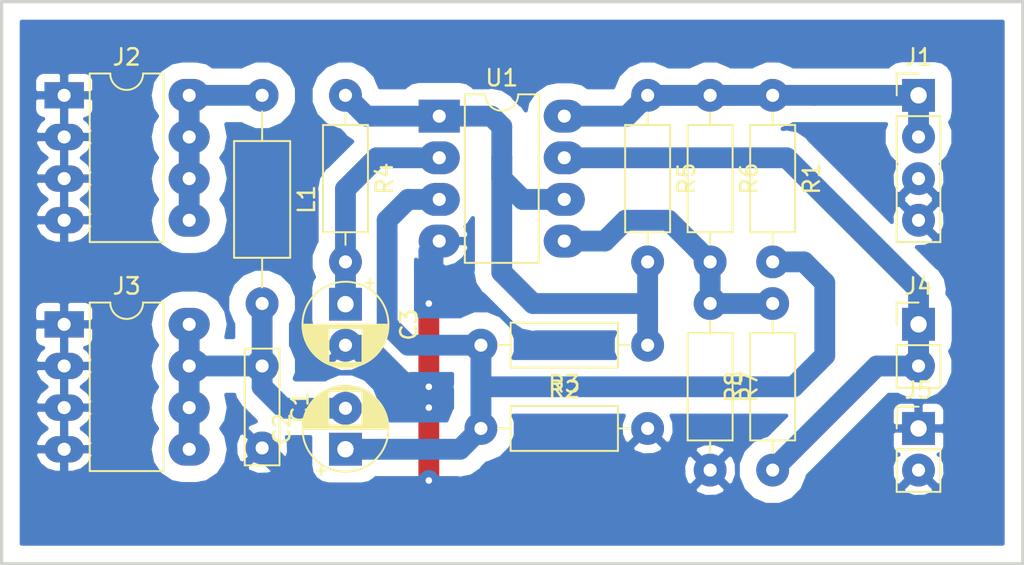
<source format=kicad_pcb>
(kicad_pcb (version 20171130) (host pcbnew no-vcs-found-c6d0075~61~ubuntu17.10.1)

  (general
    (thickness 1.6)
    (drawings 4)
    (tracks 79)
    (zones 0)
    (modules 18)
    (nets 10)
  )

  (page A4)
  (layers
    (0 F.Cu signal)
    (31 B.Cu signal)
    (32 B.Adhes user hide)
    (33 F.Adhes user hide)
    (34 B.Paste user hide)
    (35 F.Paste user hide)
    (36 B.SilkS user hide)
    (37 F.SilkS user hide)
    (38 B.Mask user hide)
    (39 F.Mask user hide)
    (40 Dwgs.User user hide)
    (41 Cmts.User user hide)
    (42 Eco1.User user hide)
    (43 Eco2.User user hide)
    (44 Edge.Cuts user)
    (45 Margin user hide)
    (46 B.CrtYd user hide)
    (47 F.CrtYd user hide)
    (48 B.Fab user hide)
    (49 F.Fab user hide)
  )

  (setup
    (last_trace_width 1.27)
    (trace_clearance 0.2)
    (zone_clearance 1)
    (zone_45_only no)
    (trace_min 0.2)
    (segment_width 0.2)
    (edge_width 0.15)
    (via_size 0.8)
    (via_drill 0.4)
    (via_min_size 0.4)
    (via_min_drill 0.3)
    (uvia_size 0.3)
    (uvia_drill 0.1)
    (uvias_allowed no)
    (uvia_min_size 0.2)
    (uvia_min_drill 0.1)
    (pcb_text_width 0.3)
    (pcb_text_size 1.5 1.5)
    (mod_edge_width 0.15)
    (mod_text_size 1 1)
    (mod_text_width 0.15)
    (pad_size 2.5 2)
    (pad_drill 0.8)
    (pad_to_mask_clearance 0.2)
    (aux_axis_origin 0 0)
    (visible_elements FFFFFF7F)
    (pcbplotparams
      (layerselection 0x010fc_ffffffff)
      (usegerberextensions false)
      (usegerberattributes false)
      (usegerberadvancedattributes false)
      (creategerberjobfile false)
      (excludeedgelayer true)
      (linewidth 0.100000)
      (plotframeref false)
      (viasonmask false)
      (mode 1)
      (useauxorigin false)
      (hpglpennumber 1)
      (hpglpenspeed 20)
      (hpglpendiameter 15)
      (psnegative false)
      (psa4output false)
      (plotreference true)
      (plotvalue true)
      (plotinvisibletext false)
      (padsonsilk false)
      (subtractmaskfromsilk false)
      (outputformat 1)
      (mirror false)
      (drillshape 1)
      (scaleselection 1)
      (outputdirectory ""))
  )

  (net 0 "")
  (net 1 "Net-(C1-Pad1)")
  (net 2 GND)
  (net 3 "Net-(C2-Pad1)")
  (net 4 "Net-(C3-Pad1)")
  (net 5 VCC)
  (net 6 "Net-(J2-Pad5)")
  (net 7 "Net-(J4-Pad1)")
  (net 8 "Net-(R3-Pad1)")
  (net 9 "Net-(R6-Pad2)")

  (net_class Default "This is the default net class."
    (clearance 0.2)
    (trace_width 1.27)
    (via_dia 0.8)
    (via_drill 0.4)
    (uvia_dia 0.3)
    (uvia_drill 0.1)
    (add_net GND)
    (add_net "Net-(C1-Pad1)")
    (add_net "Net-(C2-Pad1)")
    (add_net "Net-(C3-Pad1)")
    (add_net "Net-(J2-Pad5)")
    (add_net "Net-(J4-Pad1)")
    (add_net "Net-(R3-Pad1)")
    (add_net "Net-(R6-Pad2)")
    (add_net VCC)
  )

  (module Resistor_THT:R_Axial_DIN0207_L6.3mm_D2.5mm_P10.16mm_Horizontal (layer F.Cu) (tedit 5A6CCB7F) (tstamp 5A6CFC83)
    (at 60.325 161.925 270)
    (descr "Resistor, Axial_DIN0207 series, Axial, Horizontal, pin pitch=10.16mm, 0.25W = 1/4W, length*diameter=6.3*2.5mm^2, http://cdn-reichelt.de/documents/datenblatt/B400/1_4W%23YAG.pdf")
    (tags "Resistor Axial_DIN0207 series Axial Horizontal pin pitch 10.16mm 0.25W = 1/4W length 6.3mm diameter 2.5mm")
    (path /5A6C993D)
    (fp_text reference R5 (at 5.08 -2.37 270) (layer F.SilkS)
      (effects (font (size 1 1) (thickness 0.15)))
    )
    (fp_text value 1K (at 5.08 2.37 270) (layer F.Fab)
      (effects (font (size 1 1) (thickness 0.15)))
    )
    (fp_line (start 1.93 -1.25) (end 1.93 1.25) (layer F.Fab) (width 0.1))
    (fp_line (start 1.93 1.25) (end 8.23 1.25) (layer F.Fab) (width 0.1))
    (fp_line (start 8.23 1.25) (end 8.23 -1.25) (layer F.Fab) (width 0.1))
    (fp_line (start 8.23 -1.25) (end 1.93 -1.25) (layer F.Fab) (width 0.1))
    (fp_line (start 0 0) (end 1.93 0) (layer F.Fab) (width 0.1))
    (fp_line (start 10.16 0) (end 8.23 0) (layer F.Fab) (width 0.1))
    (fp_line (start 1.81 -1.37) (end 1.81 1.37) (layer F.SilkS) (width 0.12))
    (fp_line (start 1.81 1.37) (end 8.35 1.37) (layer F.SilkS) (width 0.12))
    (fp_line (start 8.35 1.37) (end 8.35 -1.37) (layer F.SilkS) (width 0.12))
    (fp_line (start 8.35 -1.37) (end 1.81 -1.37) (layer F.SilkS) (width 0.12))
    (fp_line (start 1.04 0) (end 1.81 0) (layer F.SilkS) (width 0.12))
    (fp_line (start 9.12 0) (end 8.35 0) (layer F.SilkS) (width 0.12))
    (fp_line (start -1.05 -1.65) (end -1.05 1.65) (layer F.CrtYd) (width 0.05))
    (fp_line (start -1.05 1.65) (end 11.25 1.65) (layer F.CrtYd) (width 0.05))
    (fp_line (start 11.25 1.65) (end 11.25 -1.65) (layer F.CrtYd) (width 0.05))
    (fp_line (start 11.25 -1.65) (end -1.05 -1.65) (layer F.CrtYd) (width 0.05))
    (fp_text user %R (at 5.08 0 270) (layer F.Fab)
      (effects (font (size 1 1) (thickness 0.15)))
    )
    (pad 1 thru_hole circle (at 0 0 270) (size 2 2) (drill 0.8) (layers *.Cu *.Mask)
      (net 5 VCC))
    (pad 2 thru_hole circle (at 10.16 0 270) (size 2 2) (drill 0.8) (layers *.Cu *.Mask)
      (net 8 "Net-(R3-Pad1)"))
    (model ${KISYS3DMOD}/Resistor_THT.3dshapes/R_Axial_DIN0207_L6.3mm_D2.5mm_P10.16mm_Horizontal.wrl
      (at (xyz 0 0 0))
      (scale (xyz 1 1 1))
      (rotate (xyz 0 0 0))
    )
  )

  (module Resistor_THT:R_Axial_DIN0207_L6.3mm_D2.5mm_P10.16mm_Horizontal (layer F.Cu) (tedit 5A6CCB6C) (tstamp 5A6CFC6D)
    (at 60.325 177.165 180)
    (descr "Resistor, Axial_DIN0207 series, Axial, Horizontal, pin pitch=10.16mm, 0.25W = 1/4W, length*diameter=6.3*2.5mm^2, http://cdn-reichelt.de/documents/datenblatt/B400/1_4W%23YAG.pdf")
    (tags "Resistor Axial_DIN0207 series Axial Horizontal pin pitch 10.16mm 0.25W = 1/4W length 6.3mm diameter 2.5mm")
    (path /5A6C9976)
    (fp_text reference R3 (at 5.08 -2.37 180) (layer F.SilkS)
      (effects (font (size 1 1) (thickness 0.15)))
    )
    (fp_text value 47K (at 5.08 2.37 180) (layer F.Fab)
      (effects (font (size 1 1) (thickness 0.15)))
    )
    (fp_text user %R (at 5.08 0 180) (layer F.Fab)
      (effects (font (size 1 1) (thickness 0.15)))
    )
    (fp_line (start 11.25 -1.65) (end -1.05 -1.65) (layer F.CrtYd) (width 0.05))
    (fp_line (start 11.25 1.65) (end 11.25 -1.65) (layer F.CrtYd) (width 0.05))
    (fp_line (start -1.05 1.65) (end 11.25 1.65) (layer F.CrtYd) (width 0.05))
    (fp_line (start -1.05 -1.65) (end -1.05 1.65) (layer F.CrtYd) (width 0.05))
    (fp_line (start 9.12 0) (end 8.35 0) (layer F.SilkS) (width 0.12))
    (fp_line (start 1.04 0) (end 1.81 0) (layer F.SilkS) (width 0.12))
    (fp_line (start 8.35 -1.37) (end 1.81 -1.37) (layer F.SilkS) (width 0.12))
    (fp_line (start 8.35 1.37) (end 8.35 -1.37) (layer F.SilkS) (width 0.12))
    (fp_line (start 1.81 1.37) (end 8.35 1.37) (layer F.SilkS) (width 0.12))
    (fp_line (start 1.81 -1.37) (end 1.81 1.37) (layer F.SilkS) (width 0.12))
    (fp_line (start 10.16 0) (end 8.23 0) (layer F.Fab) (width 0.1))
    (fp_line (start 0 0) (end 1.93 0) (layer F.Fab) (width 0.1))
    (fp_line (start 8.23 -1.25) (end 1.93 -1.25) (layer F.Fab) (width 0.1))
    (fp_line (start 8.23 1.25) (end 8.23 -1.25) (layer F.Fab) (width 0.1))
    (fp_line (start 1.93 1.25) (end 8.23 1.25) (layer F.Fab) (width 0.1))
    (fp_line (start 1.93 -1.25) (end 1.93 1.25) (layer F.Fab) (width 0.1))
    (pad 2 thru_hole circle (at 10.16 0 180) (size 2 2) (drill 0.8) (layers *.Cu *.Mask)
      (net 3 "Net-(C2-Pad1)"))
    (pad 1 thru_hole circle (at 0 0 180) (size 2 2) (drill 0.8) (layers *.Cu *.Mask)
      (net 8 "Net-(R3-Pad1)"))
    (model ${KISYS3DMOD}/Resistor_THT.3dshapes/R_Axial_DIN0207_L6.3mm_D2.5mm_P10.16mm_Horizontal.wrl
      (at (xyz 0 0 0))
      (scale (xyz 1 1 1))
      (rotate (xyz 0 0 0))
    )
  )

  (module Resistor_THT:R_Axial_DIN0207_L6.3mm_D2.5mm_P10.16mm_Horizontal (layer F.Cu) (tedit 5A6CCB39) (tstamp 5A6CFC57)
    (at 50.165 182.245)
    (descr "Resistor, Axial_DIN0207 series, Axial, Horizontal, pin pitch=10.16mm, 0.25W = 1/4W, length*diameter=6.3*2.5mm^2, http://cdn-reichelt.de/documents/datenblatt/B400/1_4W%23YAG.pdf")
    (tags "Resistor Axial_DIN0207 series Axial Horizontal pin pitch 10.16mm 0.25W = 1/4W length 6.3mm diameter 2.5mm")
    (path /5A6C9905)
    (fp_text reference R2 (at 5.08 -2.37) (layer F.SilkS)
      (effects (font (size 1 1) (thickness 0.15)))
    )
    (fp_text value 47K (at 5.08 2.37) (layer F.Fab)
      (effects (font (size 1 1) (thickness 0.15)))
    )
    (fp_text user %R (at 5.08 0) (layer F.Fab)
      (effects (font (size 1 1) (thickness 0.15)))
    )
    (fp_line (start 11.25 -1.65) (end -1.05 -1.65) (layer F.CrtYd) (width 0.05))
    (fp_line (start 11.25 1.65) (end 11.25 -1.65) (layer F.CrtYd) (width 0.05))
    (fp_line (start -1.05 1.65) (end 11.25 1.65) (layer F.CrtYd) (width 0.05))
    (fp_line (start -1.05 -1.65) (end -1.05 1.65) (layer F.CrtYd) (width 0.05))
    (fp_line (start 9.12 0) (end 8.35 0) (layer F.SilkS) (width 0.12))
    (fp_line (start 1.04 0) (end 1.81 0) (layer F.SilkS) (width 0.12))
    (fp_line (start 8.35 -1.37) (end 1.81 -1.37) (layer F.SilkS) (width 0.12))
    (fp_line (start 8.35 1.37) (end 8.35 -1.37) (layer F.SilkS) (width 0.12))
    (fp_line (start 1.81 1.37) (end 8.35 1.37) (layer F.SilkS) (width 0.12))
    (fp_line (start 1.81 -1.37) (end 1.81 1.37) (layer F.SilkS) (width 0.12))
    (fp_line (start 10.16 0) (end 8.23 0) (layer F.Fab) (width 0.1))
    (fp_line (start 0 0) (end 1.93 0) (layer F.Fab) (width 0.1))
    (fp_line (start 8.23 -1.25) (end 1.93 -1.25) (layer F.Fab) (width 0.1))
    (fp_line (start 8.23 1.25) (end 8.23 -1.25) (layer F.Fab) (width 0.1))
    (fp_line (start 1.93 1.25) (end 8.23 1.25) (layer F.Fab) (width 0.1))
    (fp_line (start 1.93 -1.25) (end 1.93 1.25) (layer F.Fab) (width 0.1))
    (pad 2 thru_hole circle (at 10.16 0) (size 2 2) (drill 0.8) (layers *.Cu *.Mask)
      (net 2 GND))
    (pad 1 thru_hole circle (at 0 0) (size 2 2) (drill 0.8) (layers *.Cu *.Mask)
      (net 3 "Net-(C2-Pad1)"))
    (model ${KISYS3DMOD}/Resistor_THT.3dshapes/R_Axial_DIN0207_L6.3mm_D2.5mm_P10.16mm_Horizontal.wrl
      (at (xyz 0 0 0))
      (scale (xyz 1 1 1))
      (rotate (xyz 0 0 0))
    )
  )

  (module Resistor_THT:R_Axial_DIN0207_L6.3mm_D2.5mm_P10.16mm_Horizontal (layer F.Cu) (tedit 5A6CCB78) (tstamp 5A6CFC41)
    (at 67.945 161.925 270)
    (descr "Resistor, Axial_DIN0207 series, Axial, Horizontal, pin pitch=10.16mm, 0.25W = 1/4W, length*diameter=6.3*2.5mm^2, http://cdn-reichelt.de/documents/datenblatt/B400/1_4W%23YAG.pdf")
    (tags "Resistor Axial_DIN0207 series Axial Horizontal pin pitch 10.16mm 0.25W = 1/4W length 6.3mm diameter 2.5mm")
    (path /5A6C98CE)
    (fp_text reference R1 (at 5.08 -2.37 270) (layer F.SilkS)
      (effects (font (size 1 1) (thickness 0.15)))
    )
    (fp_text value 47K (at 5.08 2.37 270) (layer F.Fab)
      (effects (font (size 1 1) (thickness 0.15)))
    )
    (fp_line (start 1.93 -1.25) (end 1.93 1.25) (layer F.Fab) (width 0.1))
    (fp_line (start 1.93 1.25) (end 8.23 1.25) (layer F.Fab) (width 0.1))
    (fp_line (start 8.23 1.25) (end 8.23 -1.25) (layer F.Fab) (width 0.1))
    (fp_line (start 8.23 -1.25) (end 1.93 -1.25) (layer F.Fab) (width 0.1))
    (fp_line (start 0 0) (end 1.93 0) (layer F.Fab) (width 0.1))
    (fp_line (start 10.16 0) (end 8.23 0) (layer F.Fab) (width 0.1))
    (fp_line (start 1.81 -1.37) (end 1.81 1.37) (layer F.SilkS) (width 0.12))
    (fp_line (start 1.81 1.37) (end 8.35 1.37) (layer F.SilkS) (width 0.12))
    (fp_line (start 8.35 1.37) (end 8.35 -1.37) (layer F.SilkS) (width 0.12))
    (fp_line (start 8.35 -1.37) (end 1.81 -1.37) (layer F.SilkS) (width 0.12))
    (fp_line (start 1.04 0) (end 1.81 0) (layer F.SilkS) (width 0.12))
    (fp_line (start 9.12 0) (end 8.35 0) (layer F.SilkS) (width 0.12))
    (fp_line (start -1.05 -1.65) (end -1.05 1.65) (layer F.CrtYd) (width 0.05))
    (fp_line (start -1.05 1.65) (end 11.25 1.65) (layer F.CrtYd) (width 0.05))
    (fp_line (start 11.25 1.65) (end 11.25 -1.65) (layer F.CrtYd) (width 0.05))
    (fp_line (start 11.25 -1.65) (end -1.05 -1.65) (layer F.CrtYd) (width 0.05))
    (fp_text user %R (at 5.08 0 270) (layer F.Fab)
      (effects (font (size 1 1) (thickness 0.15)))
    )
    (pad 1 thru_hole circle (at 0 0 270) (size 2 2) (drill 0.8) (layers *.Cu *.Mask)
      (net 5 VCC))
    (pad 2 thru_hole circle (at 10.16 0 270) (size 2 2) (drill 0.8) (layers *.Cu *.Mask)
      (net 3 "Net-(C2-Pad1)"))
    (model ${KISYS3DMOD}/Resistor_THT.3dshapes/R_Axial_DIN0207_L6.3mm_D2.5mm_P10.16mm_Horizontal.wrl
      (at (xyz 0 0 0))
      (scale (xyz 1 1 1))
      (rotate (xyz 0 0 0))
    )
  )

  (module Inductor_THT:L_Axial_L7.0mm_D3.3mm_P12.70mm_Horizontal_Fastron_MICC (layer F.Cu) (tedit 5A6CCB5C) (tstamp 5A6CFC2A)
    (at 36.83 161.925 270)
    (descr "L, Axial series, Axial, Horizontal, pin pitch=12.7mm, , length*diameter=7*3.3mm^2, Fastron, MICC, http://www.fastrongroup.com/image-show/70/MICC.pdf?type=Complete-DataSheet&productType=series")
    (tags "L Axial series Axial Horizontal pin pitch 12.7mm  length 7mm diameter 3.3mm Fastron MICC")
    (path /5A6C9BEC)
    (fp_text reference L1 (at 6.35 -2.71 270) (layer F.SilkS)
      (effects (font (size 1 1) (thickness 0.15)))
    )
    (fp_text value 220U (at 6.35 2.71 270) (layer F.Fab)
      (effects (font (size 1 1) (thickness 0.15)))
    )
    (fp_line (start 13.75 -2) (end -1.05 -2) (layer F.CrtYd) (width 0.05))
    (fp_line (start 13.75 2) (end 13.75 -2) (layer F.CrtYd) (width 0.05))
    (fp_line (start -1.05 2) (end 13.75 2) (layer F.CrtYd) (width 0.05))
    (fp_line (start -1.05 -2) (end -1.05 2) (layer F.CrtYd) (width 0.05))
    (fp_line (start 11.72 0) (end 9.91 0) (layer F.SilkS) (width 0.12))
    (fp_line (start 0.98 0) (end 2.79 0) (layer F.SilkS) (width 0.12))
    (fp_line (start 9.91 -1.71) (end 2.79 -1.71) (layer F.SilkS) (width 0.12))
    (fp_line (start 9.91 1.71) (end 9.91 -1.71) (layer F.SilkS) (width 0.12))
    (fp_line (start 2.79 1.71) (end 9.91 1.71) (layer F.SilkS) (width 0.12))
    (fp_line (start 2.79 -1.71) (end 2.79 1.71) (layer F.SilkS) (width 0.12))
    (fp_line (start 12.7 0) (end 9.85 0) (layer F.Fab) (width 0.1))
    (fp_line (start 0 0) (end 2.85 0) (layer F.Fab) (width 0.1))
    (fp_line (start 9.85 -1.65) (end 2.85 -1.65) (layer F.Fab) (width 0.1))
    (fp_line (start 9.85 1.65) (end 9.85 -1.65) (layer F.Fab) (width 0.1))
    (fp_line (start 2.85 1.65) (end 9.85 1.65) (layer F.Fab) (width 0.1))
    (fp_line (start 2.85 -1.65) (end 2.85 1.65) (layer F.Fab) (width 0.1))
    (fp_text user %R (at 6.35 0 90) (layer F.Fab)
      (effects (font (size 1 1) (thickness 0.15)))
    )
    (pad 2 thru_hole circle (at 12.7 0 270) (size 2 2) (drill 0.8) (layers *.Cu *.Mask)
      (net 1 "Net-(C1-Pad1)"))
    (pad 1 thru_hole circle (at 0 0 270) (size 2 2) (drill 0.8) (layers *.Cu *.Mask)
      (net 6 "Net-(J2-Pad5)"))
    (model ${KISYS3DMOD}/Inductor_THT.3dshapes/L_Axial_L7.0mm_D3.3mm_P12.70mm_Horizontal_Fastron_MICC.wrl
      (at (xyz 0 0 0))
      (scale (xyz 1 1 1))
      (rotate (xyz 0 0 0))
    )
  )

  (module Package_DIP:DIP-8_W7.62mm_LongPads (layer F.Cu) (tedit 5A6CCC43) (tstamp 5A6CFC0F)
    (at 47.625 163.195)
    (descr "8-lead though-hole mounted DIP package, row spacing 7.62 mm (300 mils), LongPads")
    (tags "THT DIP DIL PDIP 2.54mm 7.62mm 300mil LongPads")
    (path /5A6C9704)
    (fp_text reference U1 (at 3.81 -2.33) (layer F.SilkS)
      (effects (font (size 1 1) (thickness 0.15)))
    )
    (fp_text value LM393 (at 3.81 9.95) (layer F.Fab)
      (effects (font (size 1 1) (thickness 0.15)))
    )
    (fp_text user %R (at 3.81 3.81) (layer F.Fab)
      (effects (font (size 1 1) (thickness 0.15)))
    )
    (fp_line (start 9.1 -1.55) (end -1.45 -1.55) (layer F.CrtYd) (width 0.05))
    (fp_line (start 9.1 9.15) (end 9.1 -1.55) (layer F.CrtYd) (width 0.05))
    (fp_line (start -1.45 9.15) (end 9.1 9.15) (layer F.CrtYd) (width 0.05))
    (fp_line (start -1.45 -1.55) (end -1.45 9.15) (layer F.CrtYd) (width 0.05))
    (fp_line (start 6.06 -1.33) (end 4.81 -1.33) (layer F.SilkS) (width 0.12))
    (fp_line (start 6.06 8.95) (end 6.06 -1.33) (layer F.SilkS) (width 0.12))
    (fp_line (start 1.56 8.95) (end 6.06 8.95) (layer F.SilkS) (width 0.12))
    (fp_line (start 1.56 -1.33) (end 1.56 8.95) (layer F.SilkS) (width 0.12))
    (fp_line (start 2.81 -1.33) (end 1.56 -1.33) (layer F.SilkS) (width 0.12))
    (fp_line (start 0.635 -0.27) (end 1.635 -1.27) (layer F.Fab) (width 0.1))
    (fp_line (start 0.635 8.89) (end 0.635 -0.27) (layer F.Fab) (width 0.1))
    (fp_line (start 6.985 8.89) (end 0.635 8.89) (layer F.Fab) (width 0.1))
    (fp_line (start 6.985 -1.27) (end 6.985 8.89) (layer F.Fab) (width 0.1))
    (fp_line (start 1.635 -1.27) (end 6.985 -1.27) (layer F.Fab) (width 0.1))
    (fp_arc (start 3.81 -1.33) (end 2.81 -1.33) (angle -180) (layer F.SilkS) (width 0.12))
    (pad 8 thru_hole oval (at 7.62 0) (size 2.5 2) (drill 0.8) (layers *.Cu *.Mask)
      (net 5 VCC))
    (pad 4 thru_hole oval (at 0 7.62) (size 2.5 2) (drill 0.8) (layers *.Cu *.Mask)
      (net 2 GND))
    (pad 7 thru_hole oval (at 7.62 2.54) (size 2.5 2) (drill 0.8) (layers *.Cu *.Mask)
      (net 7 "Net-(J4-Pad1)"))
    (pad 3 thru_hole oval (at 0 5.08) (size 2.5 2) (drill 0.8) (layers *.Cu *.Mask)
      (net 3 "Net-(C2-Pad1)"))
    (pad 6 thru_hole oval (at 7.62 5.08) (size 2.5 2) (drill 0.8) (layers *.Cu *.Mask)
      (net 8 "Net-(R3-Pad1)"))
    (pad 2 thru_hole oval (at 0 2.54) (size 2.5 2) (drill 0.8) (layers *.Cu *.Mask)
      (net 4 "Net-(C3-Pad1)"))
    (pad 5 thru_hole oval (at 7.62 7.62) (size 2.5 2) (drill 0.8) (layers *.Cu *.Mask)
      (net 9 "Net-(R6-Pad2)"))
    (pad 1 thru_hole rect (at 0 0) (size 2.5 2) (drill 0.8) (layers *.Cu *.Mask)
      (net 8 "Net-(R3-Pad1)"))
    (model ${KISYS3DMOD}/Package_DIP.3dshapes/DIP-8_W7.62mm.wrl
      (at (xyz 0 0 0))
      (scale (xyz 1 1 1))
      (rotate (xyz 0 0 0))
    )
  )

  (module Resistor_THT:R_Axial_DIN0207_L6.3mm_D2.5mm_P10.16mm_Horizontal (layer F.Cu) (tedit 5A6CCB75) (tstamp 5A6CFBF9)
    (at 67.945 184.785 90)
    (descr "Resistor, Axial_DIN0207 series, Axial, Horizontal, pin pitch=10.16mm, 0.25W = 1/4W, length*diameter=6.3*2.5mm^2, http://cdn-reichelt.de/documents/datenblatt/B400/1_4W%23YAG.pdf")
    (tags "Resistor Axial_DIN0207 series Axial Horizontal pin pitch 10.16mm 0.25W = 1/4W length 6.3mm diameter 2.5mm")
    (path /5A6CAEFE)
    (fp_text reference R8 (at 5.08 -2.37 90) (layer F.SilkS)
      (effects (font (size 1 1) (thickness 0.15)))
    )
    (fp_text value 15K (at 5.08 2.37 90) (layer F.Fab)
      (effects (font (size 1 1) (thickness 0.15)))
    )
    (fp_line (start 1.93 -1.25) (end 1.93 1.25) (layer F.Fab) (width 0.1))
    (fp_line (start 1.93 1.25) (end 8.23 1.25) (layer F.Fab) (width 0.1))
    (fp_line (start 8.23 1.25) (end 8.23 -1.25) (layer F.Fab) (width 0.1))
    (fp_line (start 8.23 -1.25) (end 1.93 -1.25) (layer F.Fab) (width 0.1))
    (fp_line (start 0 0) (end 1.93 0) (layer F.Fab) (width 0.1))
    (fp_line (start 10.16 0) (end 8.23 0) (layer F.Fab) (width 0.1))
    (fp_line (start 1.81 -1.37) (end 1.81 1.37) (layer F.SilkS) (width 0.12))
    (fp_line (start 1.81 1.37) (end 8.35 1.37) (layer F.SilkS) (width 0.12))
    (fp_line (start 8.35 1.37) (end 8.35 -1.37) (layer F.SilkS) (width 0.12))
    (fp_line (start 8.35 -1.37) (end 1.81 -1.37) (layer F.SilkS) (width 0.12))
    (fp_line (start 1.04 0) (end 1.81 0) (layer F.SilkS) (width 0.12))
    (fp_line (start 9.12 0) (end 8.35 0) (layer F.SilkS) (width 0.12))
    (fp_line (start -1.05 -1.65) (end -1.05 1.65) (layer F.CrtYd) (width 0.05))
    (fp_line (start -1.05 1.65) (end 11.25 1.65) (layer F.CrtYd) (width 0.05))
    (fp_line (start 11.25 1.65) (end 11.25 -1.65) (layer F.CrtYd) (width 0.05))
    (fp_line (start 11.25 -1.65) (end -1.05 -1.65) (layer F.CrtYd) (width 0.05))
    (fp_text user %R (at 5.08 0 90) (layer F.Fab)
      (effects (font (size 1 1) (thickness 0.15)))
    )
    (pad 1 thru_hole circle (at 0 0 90) (size 2 2) (drill 0.8) (layers *.Cu *.Mask)
      (net 7 "Net-(J4-Pad1)"))
    (pad 2 thru_hole circle (at 10.16 0 90) (size 2 2) (drill 0.8) (layers *.Cu *.Mask)
      (net 9 "Net-(R6-Pad2)"))
    (model ${KISYS3DMOD}/Resistor_THT.3dshapes/R_Axial_DIN0207_L6.3mm_D2.5mm_P10.16mm_Horizontal.wrl
      (at (xyz 0 0 0))
      (scale (xyz 1 1 1))
      (rotate (xyz 0 0 0))
    )
  )

  (module Resistor_THT:R_Axial_DIN0207_L6.3mm_D2.5mm_P10.16mm_Horizontal (layer F.Cu) (tedit 5A6CCB70) (tstamp 5A6CFBE3)
    (at 64.135 174.625 270)
    (descr "Resistor, Axial_DIN0207 series, Axial, Horizontal, pin pitch=10.16mm, 0.25W = 1/4W, length*diameter=6.3*2.5mm^2, http://cdn-reichelt.de/documents/datenblatt/B400/1_4W%23YAG.pdf")
    (tags "Resistor Axial_DIN0207 series Axial Horizontal pin pitch 10.16mm 0.25W = 1/4W length 6.3mm diameter 2.5mm")
    (path /5A6CAE4B)
    (fp_text reference R7 (at 5.08 -2.37 270) (layer F.SilkS)
      (effects (font (size 1 1) (thickness 0.15)))
    )
    (fp_text value 15K (at 5.08 2.37 270) (layer F.Fab)
      (effects (font (size 1 1) (thickness 0.15)))
    )
    (fp_text user %R (at 5.08 0 270) (layer F.Fab)
      (effects (font (size 1 1) (thickness 0.15)))
    )
    (fp_line (start 11.25 -1.65) (end -1.05 -1.65) (layer F.CrtYd) (width 0.05))
    (fp_line (start 11.25 1.65) (end 11.25 -1.65) (layer F.CrtYd) (width 0.05))
    (fp_line (start -1.05 1.65) (end 11.25 1.65) (layer F.CrtYd) (width 0.05))
    (fp_line (start -1.05 -1.65) (end -1.05 1.65) (layer F.CrtYd) (width 0.05))
    (fp_line (start 9.12 0) (end 8.35 0) (layer F.SilkS) (width 0.12))
    (fp_line (start 1.04 0) (end 1.81 0) (layer F.SilkS) (width 0.12))
    (fp_line (start 8.35 -1.37) (end 1.81 -1.37) (layer F.SilkS) (width 0.12))
    (fp_line (start 8.35 1.37) (end 8.35 -1.37) (layer F.SilkS) (width 0.12))
    (fp_line (start 1.81 1.37) (end 8.35 1.37) (layer F.SilkS) (width 0.12))
    (fp_line (start 1.81 -1.37) (end 1.81 1.37) (layer F.SilkS) (width 0.12))
    (fp_line (start 10.16 0) (end 8.23 0) (layer F.Fab) (width 0.1))
    (fp_line (start 0 0) (end 1.93 0) (layer F.Fab) (width 0.1))
    (fp_line (start 8.23 -1.25) (end 1.93 -1.25) (layer F.Fab) (width 0.1))
    (fp_line (start 8.23 1.25) (end 8.23 -1.25) (layer F.Fab) (width 0.1))
    (fp_line (start 1.93 1.25) (end 8.23 1.25) (layer F.Fab) (width 0.1))
    (fp_line (start 1.93 -1.25) (end 1.93 1.25) (layer F.Fab) (width 0.1))
    (pad 2 thru_hole circle (at 10.16 0 270) (size 2 2) (drill 0.8) (layers *.Cu *.Mask)
      (net 2 GND))
    (pad 1 thru_hole circle (at 0 0 270) (size 2 2) (drill 0.8) (layers *.Cu *.Mask)
      (net 9 "Net-(R6-Pad2)"))
    (model ${KISYS3DMOD}/Resistor_THT.3dshapes/R_Axial_DIN0207_L6.3mm_D2.5mm_P10.16mm_Horizontal.wrl
      (at (xyz 0 0 0))
      (scale (xyz 1 1 1))
      (rotate (xyz 0 0 0))
    )
  )

  (module Resistor_THT:R_Axial_DIN0207_L6.3mm_D2.5mm_P10.16mm_Horizontal (layer F.Cu) (tedit 5A6CCB7C) (tstamp 5A6CFBCD)
    (at 64.135 161.925 270)
    (descr "Resistor, Axial_DIN0207 series, Axial, Horizontal, pin pitch=10.16mm, 0.25W = 1/4W, length*diameter=6.3*2.5mm^2, http://cdn-reichelt.de/documents/datenblatt/B400/1_4W%23YAG.pdf")
    (tags "Resistor Axial_DIN0207 series Axial Horizontal pin pitch 10.16mm 0.25W = 1/4W length 6.3mm diameter 2.5mm")
    (path /5A6CADDE)
    (fp_text reference R6 (at 5.08 -2.37 270) (layer F.SilkS)
      (effects (font (size 1 1) (thickness 0.15)))
    )
    (fp_text value 15K (at 5.08 2.37 270) (layer F.Fab)
      (effects (font (size 1 1) (thickness 0.15)))
    )
    (fp_line (start 1.93 -1.25) (end 1.93 1.25) (layer F.Fab) (width 0.1))
    (fp_line (start 1.93 1.25) (end 8.23 1.25) (layer F.Fab) (width 0.1))
    (fp_line (start 8.23 1.25) (end 8.23 -1.25) (layer F.Fab) (width 0.1))
    (fp_line (start 8.23 -1.25) (end 1.93 -1.25) (layer F.Fab) (width 0.1))
    (fp_line (start 0 0) (end 1.93 0) (layer F.Fab) (width 0.1))
    (fp_line (start 10.16 0) (end 8.23 0) (layer F.Fab) (width 0.1))
    (fp_line (start 1.81 -1.37) (end 1.81 1.37) (layer F.SilkS) (width 0.12))
    (fp_line (start 1.81 1.37) (end 8.35 1.37) (layer F.SilkS) (width 0.12))
    (fp_line (start 8.35 1.37) (end 8.35 -1.37) (layer F.SilkS) (width 0.12))
    (fp_line (start 8.35 -1.37) (end 1.81 -1.37) (layer F.SilkS) (width 0.12))
    (fp_line (start 1.04 0) (end 1.81 0) (layer F.SilkS) (width 0.12))
    (fp_line (start 9.12 0) (end 8.35 0) (layer F.SilkS) (width 0.12))
    (fp_line (start -1.05 -1.65) (end -1.05 1.65) (layer F.CrtYd) (width 0.05))
    (fp_line (start -1.05 1.65) (end 11.25 1.65) (layer F.CrtYd) (width 0.05))
    (fp_line (start 11.25 1.65) (end 11.25 -1.65) (layer F.CrtYd) (width 0.05))
    (fp_line (start 11.25 -1.65) (end -1.05 -1.65) (layer F.CrtYd) (width 0.05))
    (fp_text user %R (at 5.08 0 270) (layer F.Fab)
      (effects (font (size 1 1) (thickness 0.15)))
    )
    (pad 1 thru_hole circle (at 0 0 270) (size 2 2) (drill 0.8) (layers *.Cu *.Mask)
      (net 5 VCC))
    (pad 2 thru_hole circle (at 10.16 0 270) (size 2 2) (drill 0.8) (layers *.Cu *.Mask)
      (net 9 "Net-(R6-Pad2)"))
    (model ${KISYS3DMOD}/Resistor_THT.3dshapes/R_Axial_DIN0207_L6.3mm_D2.5mm_P10.16mm_Horizontal.wrl
      (at (xyz 0 0 0))
      (scale (xyz 1 1 1))
      (rotate (xyz 0 0 0))
    )
  )

  (module Resistor_THT:R_Axial_DIN0207_L6.3mm_D2.5mm_P10.16mm_Horizontal (layer F.Cu) (tedit 5A6CCB65) (tstamp 5A6CFBB7)
    (at 41.91 161.925 270)
    (descr "Resistor, Axial_DIN0207 series, Axial, Horizontal, pin pitch=10.16mm, 0.25W = 1/4W, length*diameter=6.3*2.5mm^2, http://cdn-reichelt.de/documents/datenblatt/B400/1_4W%23YAG.pdf")
    (tags "Resistor Axial_DIN0207 series Axial Horizontal pin pitch 10.16mm 0.25W = 1/4W length 6.3mm diameter 2.5mm")
    (path /5A6C9843)
    (fp_text reference R4 (at 5.08 -2.37 270) (layer F.SilkS)
      (effects (font (size 1 1) (thickness 0.15)))
    )
    (fp_text value 47K (at 5.08 2.37 270) (layer F.Fab)
      (effects (font (size 1 1) (thickness 0.15)))
    )
    (fp_text user %R (at 5.08 0 270) (layer F.Fab)
      (effects (font (size 1 1) (thickness 0.15)))
    )
    (fp_line (start 11.25 -1.65) (end -1.05 -1.65) (layer F.CrtYd) (width 0.05))
    (fp_line (start 11.25 1.65) (end 11.25 -1.65) (layer F.CrtYd) (width 0.05))
    (fp_line (start -1.05 1.65) (end 11.25 1.65) (layer F.CrtYd) (width 0.05))
    (fp_line (start -1.05 -1.65) (end -1.05 1.65) (layer F.CrtYd) (width 0.05))
    (fp_line (start 9.12 0) (end 8.35 0) (layer F.SilkS) (width 0.12))
    (fp_line (start 1.04 0) (end 1.81 0) (layer F.SilkS) (width 0.12))
    (fp_line (start 8.35 -1.37) (end 1.81 -1.37) (layer F.SilkS) (width 0.12))
    (fp_line (start 8.35 1.37) (end 8.35 -1.37) (layer F.SilkS) (width 0.12))
    (fp_line (start 1.81 1.37) (end 8.35 1.37) (layer F.SilkS) (width 0.12))
    (fp_line (start 1.81 -1.37) (end 1.81 1.37) (layer F.SilkS) (width 0.12))
    (fp_line (start 10.16 0) (end 8.23 0) (layer F.Fab) (width 0.1))
    (fp_line (start 0 0) (end 1.93 0) (layer F.Fab) (width 0.1))
    (fp_line (start 8.23 -1.25) (end 1.93 -1.25) (layer F.Fab) (width 0.1))
    (fp_line (start 8.23 1.25) (end 8.23 -1.25) (layer F.Fab) (width 0.1))
    (fp_line (start 1.93 1.25) (end 8.23 1.25) (layer F.Fab) (width 0.1))
    (fp_line (start 1.93 -1.25) (end 1.93 1.25) (layer F.Fab) (width 0.1))
    (pad 2 thru_hole circle (at 10.16 0 270) (size 2 2) (drill 0.8) (layers *.Cu *.Mask)
      (net 4 "Net-(C3-Pad1)"))
    (pad 1 thru_hole circle (at 0 0 270) (size 2 2) (drill 0.8) (layers *.Cu *.Mask)
      (net 8 "Net-(R3-Pad1)"))
    (model ${KISYS3DMOD}/Resistor_THT.3dshapes/R_Axial_DIN0207_L6.3mm_D2.5mm_P10.16mm_Horizontal.wrl
      (at (xyz 0 0 0))
      (scale (xyz 1 1 1))
      (rotate (xyz 0 0 0))
    )
  )

  (module Package_DIP:DIP-8_W7.62mm_LongPads (layer F.Cu) (tedit 5A6CCBD0) (tstamp 5A6CFB9C)
    (at 24.765 175.895)
    (descr "8-lead though-hole mounted DIP package, row spacing 7.62 mm (300 mils), LongPads")
    (tags "THT DIP DIL PDIP 2.54mm 7.62mm 300mil LongPads")
    (path /5A6CA2D2)
    (fp_text reference J3 (at 3.81 -2.33) (layer F.SilkS)
      (effects (font (size 1 1) (thickness 0.15)))
    )
    (fp_text value Conn_02x04_Counter_Clockwise (at 3.81 9.95) (layer F.Fab)
      (effects (font (size 1 1) (thickness 0.15)))
    )
    (fp_text user %R (at 3.81 3.81) (layer F.Fab)
      (effects (font (size 1 1) (thickness 0.15)))
    )
    (fp_line (start 9.1 -1.55) (end -1.45 -1.55) (layer F.CrtYd) (width 0.05))
    (fp_line (start 9.1 9.15) (end 9.1 -1.55) (layer F.CrtYd) (width 0.05))
    (fp_line (start -1.45 9.15) (end 9.1 9.15) (layer F.CrtYd) (width 0.05))
    (fp_line (start -1.45 -1.55) (end -1.45 9.15) (layer F.CrtYd) (width 0.05))
    (fp_line (start 6.06 -1.33) (end 4.81 -1.33) (layer F.SilkS) (width 0.12))
    (fp_line (start 6.06 8.95) (end 6.06 -1.33) (layer F.SilkS) (width 0.12))
    (fp_line (start 1.56 8.95) (end 6.06 8.95) (layer F.SilkS) (width 0.12))
    (fp_line (start 1.56 -1.33) (end 1.56 8.95) (layer F.SilkS) (width 0.12))
    (fp_line (start 2.81 -1.33) (end 1.56 -1.33) (layer F.SilkS) (width 0.12))
    (fp_line (start 0.635 -0.27) (end 1.635 -1.27) (layer F.Fab) (width 0.1))
    (fp_line (start 0.635 8.89) (end 0.635 -0.27) (layer F.Fab) (width 0.1))
    (fp_line (start 6.985 8.89) (end 0.635 8.89) (layer F.Fab) (width 0.1))
    (fp_line (start 6.985 -1.27) (end 6.985 8.89) (layer F.Fab) (width 0.1))
    (fp_line (start 1.635 -1.27) (end 6.985 -1.27) (layer F.Fab) (width 0.1))
    (fp_arc (start 3.81 -1.33) (end 2.81 -1.33) (angle -180) (layer F.SilkS) (width 0.12))
    (pad 8 thru_hole oval (at 7.62 0) (size 2.5 2) (drill 0.8) (layers *.Cu *.Mask)
      (net 1 "Net-(C1-Pad1)"))
    (pad 4 thru_hole oval (at 0 7.62) (size 2.4 1.6) (drill 0.8) (layers *.Cu *.Mask)
      (net 2 GND))
    (pad 7 thru_hole oval (at 7.62 2.54) (size 2.5 2) (drill 0.8) (layers *.Cu *.Mask)
      (net 1 "Net-(C1-Pad1)"))
    (pad 3 thru_hole oval (at 0 5.08) (size 2.4 1.6) (drill 0.8) (layers *.Cu *.Mask)
      (net 2 GND))
    (pad 6 thru_hole oval (at 7.62 5.08) (size 2.5 2) (drill 0.8) (layers *.Cu *.Mask)
      (net 1 "Net-(C1-Pad1)"))
    (pad 2 thru_hole oval (at 0 2.54) (size 2.4 1.6) (drill 0.8) (layers *.Cu *.Mask)
      (net 2 GND))
    (pad 5 thru_hole oval (at 7.62 7.62) (size 2.5 2) (drill 0.8) (layers *.Cu *.Mask)
      (net 1 "Net-(C1-Pad1)"))
    (pad 1 thru_hole rect (at 0 0) (size 2.4 1.6) (drill 0.8) (layers *.Cu *.Mask)
      (net 2 GND))
    (model ${KISYS3DMOD}/Package_DIP.3dshapes/DIP-8_W7.62mm.wrl
      (at (xyz 0 0 0))
      (scale (xyz 1 1 1))
      (rotate (xyz 0 0 0))
    )
  )

  (module Connector_PinHeader_2.54mm:PinHeader_1x02_P2.54mm_Vertical (layer F.Cu) (tedit 5A6CCBDE) (tstamp 5A6CFB85)
    (at 76.835 182.245)
    (descr "Through hole straight pin header, 1x02, 2.54mm pitch, single row")
    (tags "Through hole pin header THT 1x02 2.54mm single row")
    (path /5A6CBBBC)
    (fp_text reference J5 (at 0 -2.33) (layer F.SilkS)
      (effects (font (size 1 1) (thickness 0.15)))
    )
    (fp_text value Conn_01x02 (at 0 4.87) (layer F.Fab)
      (effects (font (size 1 1) (thickness 0.15)))
    )
    (fp_line (start -0.635 -1.27) (end 1.27 -1.27) (layer F.Fab) (width 0.1))
    (fp_line (start 1.27 -1.27) (end 1.27 3.81) (layer F.Fab) (width 0.1))
    (fp_line (start 1.27 3.81) (end -1.27 3.81) (layer F.Fab) (width 0.1))
    (fp_line (start -1.27 3.81) (end -1.27 -0.635) (layer F.Fab) (width 0.1))
    (fp_line (start -1.27 -0.635) (end -0.635 -1.27) (layer F.Fab) (width 0.1))
    (fp_line (start -1.33 3.87) (end 1.33 3.87) (layer F.SilkS) (width 0.12))
    (fp_line (start -1.33 1.27) (end -1.33 3.87) (layer F.SilkS) (width 0.12))
    (fp_line (start 1.33 1.27) (end 1.33 3.87) (layer F.SilkS) (width 0.12))
    (fp_line (start -1.33 1.27) (end 1.33 1.27) (layer F.SilkS) (width 0.12))
    (fp_line (start -1.33 0) (end -1.33 -1.33) (layer F.SilkS) (width 0.12))
    (fp_line (start -1.33 -1.33) (end 0 -1.33) (layer F.SilkS) (width 0.12))
    (fp_line (start -1.8 -1.8) (end -1.8 4.35) (layer F.CrtYd) (width 0.05))
    (fp_line (start -1.8 4.35) (end 1.8 4.35) (layer F.CrtYd) (width 0.05))
    (fp_line (start 1.8 4.35) (end 1.8 -1.8) (layer F.CrtYd) (width 0.05))
    (fp_line (start 1.8 -1.8) (end -1.8 -1.8) (layer F.CrtYd) (width 0.05))
    (fp_text user %R (at 0 1.27 90) (layer F.Fab)
      (effects (font (size 1 1) (thickness 0.15)))
    )
    (pad 1 thru_hole rect (at 0 0) (size 2 2) (drill 1) (layers *.Cu *.Mask)
      (net 2 GND))
    (pad 2 thru_hole circle (at 0 2.54) (size 2 2) (drill 0.8) (layers *.Cu *.Mask)
      (net 2 GND))
    (model ${KISYS3DMOD}/Connector_PinHeader_2.54mm.3dshapes/PinHeader_1x02_P2.54mm_Vertical.wrl
      (at (xyz 0 0 0))
      (scale (xyz 1 1 1))
      (rotate (xyz 0 0 0))
    )
  )

  (module Connector_PinHeader_2.54mm:PinHeader_1x02_P2.54mm_Vertical (layer F.Cu) (tedit 5A6CCBDB) (tstamp 5A6CFB70)
    (at 76.835 175.895)
    (descr "Through hole straight pin header, 1x02, 2.54mm pitch, single row")
    (tags "Through hole pin header THT 1x02 2.54mm single row")
    (path /5A6CBB42)
    (fp_text reference J4 (at 0 -2.33) (layer F.SilkS)
      (effects (font (size 1 1) (thickness 0.15)))
    )
    (fp_text value Conn_01x02 (at 0 4.87) (layer F.Fab)
      (effects (font (size 1 1) (thickness 0.15)))
    )
    (fp_text user %R (at 0 1.27 90) (layer F.Fab)
      (effects (font (size 1 1) (thickness 0.15)))
    )
    (fp_line (start 1.8 -1.8) (end -1.8 -1.8) (layer F.CrtYd) (width 0.05))
    (fp_line (start 1.8 4.35) (end 1.8 -1.8) (layer F.CrtYd) (width 0.05))
    (fp_line (start -1.8 4.35) (end 1.8 4.35) (layer F.CrtYd) (width 0.05))
    (fp_line (start -1.8 -1.8) (end -1.8 4.35) (layer F.CrtYd) (width 0.05))
    (fp_line (start -1.33 -1.33) (end 0 -1.33) (layer F.SilkS) (width 0.12))
    (fp_line (start -1.33 0) (end -1.33 -1.33) (layer F.SilkS) (width 0.12))
    (fp_line (start -1.33 1.27) (end 1.33 1.27) (layer F.SilkS) (width 0.12))
    (fp_line (start 1.33 1.27) (end 1.33 3.87) (layer F.SilkS) (width 0.12))
    (fp_line (start -1.33 1.27) (end -1.33 3.87) (layer F.SilkS) (width 0.12))
    (fp_line (start -1.33 3.87) (end 1.33 3.87) (layer F.SilkS) (width 0.12))
    (fp_line (start -1.27 -0.635) (end -0.635 -1.27) (layer F.Fab) (width 0.1))
    (fp_line (start -1.27 3.81) (end -1.27 -0.635) (layer F.Fab) (width 0.1))
    (fp_line (start 1.27 3.81) (end -1.27 3.81) (layer F.Fab) (width 0.1))
    (fp_line (start 1.27 -1.27) (end 1.27 3.81) (layer F.Fab) (width 0.1))
    (fp_line (start -0.635 -1.27) (end 1.27 -1.27) (layer F.Fab) (width 0.1))
    (pad 2 thru_hole circle (at 0 2.54) (size 2 2) (drill 0.8) (layers *.Cu *.Mask)
      (net 7 "Net-(J4-Pad1)"))
    (pad 1 thru_hole rect (at 0 0) (size 2 2) (drill 1) (layers *.Cu *.Mask)
      (net 7 "Net-(J4-Pad1)"))
    (model ${KISYS3DMOD}/Connector_PinHeader_2.54mm.3dshapes/PinHeader_1x02_P2.54mm_Vertical.wrl
      (at (xyz 0 0 0))
      (scale (xyz 1 1 1))
      (rotate (xyz 0 0 0))
    )
  )

  (module Connector_PinHeader_2.54mm:PinHeader_1x04_P2.54mm_Vertical (layer F.Cu) (tedit 5A6CCB91) (tstamp 5A6CFB58)
    (at 76.835 161.925)
    (descr "Through hole straight pin header, 1x04, 2.54mm pitch, single row")
    (tags "Through hole pin header THT 1x04 2.54mm single row")
    (path /5A7089A8)
    (fp_text reference J1 (at 0 -2.33) (layer F.SilkS)
      (effects (font (size 1 1) (thickness 0.15)))
    )
    (fp_text value Conn_01x04 (at 0 9.95) (layer F.Fab)
      (effects (font (size 1 1) (thickness 0.15)))
    )
    (fp_text user %R (at 0 3.81 90) (layer F.Fab)
      (effects (font (size 1 1) (thickness 0.15)))
    )
    (fp_line (start 1.8 -1.8) (end -1.8 -1.8) (layer F.CrtYd) (width 0.05))
    (fp_line (start 1.8 9.4) (end 1.8 -1.8) (layer F.CrtYd) (width 0.05))
    (fp_line (start -1.8 9.4) (end 1.8 9.4) (layer F.CrtYd) (width 0.05))
    (fp_line (start -1.8 -1.8) (end -1.8 9.4) (layer F.CrtYd) (width 0.05))
    (fp_line (start -1.33 -1.33) (end 0 -1.33) (layer F.SilkS) (width 0.12))
    (fp_line (start -1.33 0) (end -1.33 -1.33) (layer F.SilkS) (width 0.12))
    (fp_line (start -1.33 1.27) (end 1.33 1.27) (layer F.SilkS) (width 0.12))
    (fp_line (start 1.33 1.27) (end 1.33 8.95) (layer F.SilkS) (width 0.12))
    (fp_line (start -1.33 1.27) (end -1.33 8.95) (layer F.SilkS) (width 0.12))
    (fp_line (start -1.33 8.95) (end 1.33 8.95) (layer F.SilkS) (width 0.12))
    (fp_line (start -1.27 -0.635) (end -0.635 -1.27) (layer F.Fab) (width 0.1))
    (fp_line (start -1.27 8.89) (end -1.27 -0.635) (layer F.Fab) (width 0.1))
    (fp_line (start 1.27 8.89) (end -1.27 8.89) (layer F.Fab) (width 0.1))
    (fp_line (start 1.27 -1.27) (end 1.27 8.89) (layer F.Fab) (width 0.1))
    (fp_line (start -0.635 -1.27) (end 1.27 -1.27) (layer F.Fab) (width 0.1))
    (pad 4 thru_hole circle (at 0 7.62) (size 2 2) (drill 0.8) (layers *.Cu *.Mask)
      (net 2 GND))
    (pad 3 thru_hole circle (at 0 5.08) (size 2 2) (drill 0.8) (layers *.Cu *.Mask)
      (net 2 GND))
    (pad 2 thru_hole circle (at 0 2.54) (size 2 2) (drill 0.8) (layers *.Cu *.Mask)
      (net 5 VCC))
    (pad 1 thru_hole rect (at 0 0) (size 2 2) (drill 1) (layers *.Cu *.Mask)
      (net 5 VCC))
    (model ${KISYS3DMOD}/Connector_PinHeader_2.54mm.3dshapes/PinHeader_1x04_P2.54mm_Vertical.wrl
      (at (xyz 0 0 0))
      (scale (xyz 1 1 1))
      (rotate (xyz 0 0 0))
    )
  )

  (module Package_DIP:DIP-8_W7.62mm_LongPads (layer F.Cu) (tedit 5A6CCBC3) (tstamp 5A6CFB3D)
    (at 24.765 161.925)
    (descr "8-lead though-hole mounted DIP package, row spacing 7.62 mm (300 mils), LongPads")
    (tags "THT DIP DIL PDIP 2.54mm 7.62mm 300mil LongPads")
    (path /5A6CA205)
    (fp_text reference J2 (at 3.81 -2.33) (layer F.SilkS)
      (effects (font (size 1 1) (thickness 0.15)))
    )
    (fp_text value Conn_02x04_Counter_Clockwise (at 3.81 9.95) (layer F.Fab)
      (effects (font (size 1 1) (thickness 0.15)))
    )
    (fp_arc (start 3.81 -1.33) (end 2.81 -1.33) (angle -180) (layer F.SilkS) (width 0.12))
    (fp_line (start 1.635 -1.27) (end 6.985 -1.27) (layer F.Fab) (width 0.1))
    (fp_line (start 6.985 -1.27) (end 6.985 8.89) (layer F.Fab) (width 0.1))
    (fp_line (start 6.985 8.89) (end 0.635 8.89) (layer F.Fab) (width 0.1))
    (fp_line (start 0.635 8.89) (end 0.635 -0.27) (layer F.Fab) (width 0.1))
    (fp_line (start 0.635 -0.27) (end 1.635 -1.27) (layer F.Fab) (width 0.1))
    (fp_line (start 2.81 -1.33) (end 1.56 -1.33) (layer F.SilkS) (width 0.12))
    (fp_line (start 1.56 -1.33) (end 1.56 8.95) (layer F.SilkS) (width 0.12))
    (fp_line (start 1.56 8.95) (end 6.06 8.95) (layer F.SilkS) (width 0.12))
    (fp_line (start 6.06 8.95) (end 6.06 -1.33) (layer F.SilkS) (width 0.12))
    (fp_line (start 6.06 -1.33) (end 4.81 -1.33) (layer F.SilkS) (width 0.12))
    (fp_line (start -1.45 -1.55) (end -1.45 9.15) (layer F.CrtYd) (width 0.05))
    (fp_line (start -1.45 9.15) (end 9.1 9.15) (layer F.CrtYd) (width 0.05))
    (fp_line (start 9.1 9.15) (end 9.1 -1.55) (layer F.CrtYd) (width 0.05))
    (fp_line (start 9.1 -1.55) (end -1.45 -1.55) (layer F.CrtYd) (width 0.05))
    (fp_text user %R (at 3.81 3.81) (layer F.Fab)
      (effects (font (size 1 1) (thickness 0.15)))
    )
    (pad 1 thru_hole rect (at 0 0) (size 2.4 1.6) (drill 0.8) (layers *.Cu *.Mask)
      (net 2 GND))
    (pad 5 thru_hole oval (at 7.62 7.62) (size 2.5 2) (drill 0.8) (layers *.Cu *.Mask)
      (net 6 "Net-(J2-Pad5)"))
    (pad 2 thru_hole oval (at 0 2.54) (size 2.4 1.6) (drill 0.8) (layers *.Cu *.Mask)
      (net 2 GND))
    (pad 6 thru_hole oval (at 7.62 5.08) (size 2.5 2) (drill 0.8) (layers *.Cu *.Mask)
      (net 6 "Net-(J2-Pad5)"))
    (pad 3 thru_hole oval (at 0 5.08) (size 2.4 1.6) (drill 0.8) (layers *.Cu *.Mask)
      (net 2 GND))
    (pad 7 thru_hole oval (at 7.62 2.54) (size 2.5 2) (drill 0.8) (layers *.Cu *.Mask)
      (net 6 "Net-(J2-Pad5)"))
    (pad 4 thru_hole oval (at 0 7.62) (size 2.4 1.6) (drill 0.8) (layers *.Cu *.Mask)
      (net 2 GND))
    (pad 8 thru_hole oval (at 7.62 0) (size 2.5 2) (drill 0.8) (layers *.Cu *.Mask)
      (net 6 "Net-(J2-Pad5)"))
    (model ${KISYS3DMOD}/Package_DIP.3dshapes/DIP-8_W7.62mm.wrl
      (at (xyz 0 0 0))
      (scale (xyz 1 1 1))
      (rotate (xyz 0 0 0))
    )
  )

  (module Capacitor_THT:CP_Radial_D5.0mm_P2.50mm (layer F.Cu) (tedit 5A6CCBE6) (tstamp 5A6CFABA)
    (at 41.91 183.515 90)
    (descr "CP, Radial series, Radial, pin pitch=2.50mm, , diameter=5mm, Electrolytic Capacitor")
    (tags "CP Radial series Radial pin pitch 2.50mm  diameter 5mm Electrolytic Capacitor")
    (path /5A6C9B26)
    (fp_text reference C2 (at 1.25 -3.87 90) (layer F.SilkS)
      (effects (font (size 1 1) (thickness 0.15)))
    )
    (fp_text value 10u (at 1.25 3.87 90) (layer F.Fab)
      (effects (font (size 1 1) (thickness 0.15)))
    )
    (fp_text user %R (at 1.25 0 90) (layer F.Fab)
      (effects (font (size 1 1) (thickness 0.15)))
    )
    (fp_line (start -1.304775 -1.725) (end -1.304775 -1.225) (layer F.SilkS) (width 0.12))
    (fp_line (start -1.554775 -1.475) (end -1.054775 -1.475) (layer F.SilkS) (width 0.12))
    (fp_line (start 3.851 -0.284) (end 3.851 0.284) (layer F.SilkS) (width 0.12))
    (fp_line (start 3.811 -0.518) (end 3.811 0.518) (layer F.SilkS) (width 0.12))
    (fp_line (start 3.771 -0.677) (end 3.771 0.677) (layer F.SilkS) (width 0.12))
    (fp_line (start 3.731 -0.805) (end 3.731 0.805) (layer F.SilkS) (width 0.12))
    (fp_line (start 3.691 -0.915) (end 3.691 0.915) (layer F.SilkS) (width 0.12))
    (fp_line (start 3.651 -1.011) (end 3.651 1.011) (layer F.SilkS) (width 0.12))
    (fp_line (start 3.611 -1.098) (end 3.611 1.098) (layer F.SilkS) (width 0.12))
    (fp_line (start 3.571 -1.178) (end 3.571 1.178) (layer F.SilkS) (width 0.12))
    (fp_line (start 3.531 1.04) (end 3.531 1.251) (layer F.SilkS) (width 0.12))
    (fp_line (start 3.531 -1.251) (end 3.531 -1.04) (layer F.SilkS) (width 0.12))
    (fp_line (start 3.491 1.04) (end 3.491 1.319) (layer F.SilkS) (width 0.12))
    (fp_line (start 3.491 -1.319) (end 3.491 -1.04) (layer F.SilkS) (width 0.12))
    (fp_line (start 3.451 1.04) (end 3.451 1.383) (layer F.SilkS) (width 0.12))
    (fp_line (start 3.451 -1.383) (end 3.451 -1.04) (layer F.SilkS) (width 0.12))
    (fp_line (start 3.411 1.04) (end 3.411 1.443) (layer F.SilkS) (width 0.12))
    (fp_line (start 3.411 -1.443) (end 3.411 -1.04) (layer F.SilkS) (width 0.12))
    (fp_line (start 3.371 1.04) (end 3.371 1.5) (layer F.SilkS) (width 0.12))
    (fp_line (start 3.371 -1.5) (end 3.371 -1.04) (layer F.SilkS) (width 0.12))
    (fp_line (start 3.331 1.04) (end 3.331 1.554) (layer F.SilkS) (width 0.12))
    (fp_line (start 3.331 -1.554) (end 3.331 -1.04) (layer F.SilkS) (width 0.12))
    (fp_line (start 3.291 1.04) (end 3.291 1.605) (layer F.SilkS) (width 0.12))
    (fp_line (start 3.291 -1.605) (end 3.291 -1.04) (layer F.SilkS) (width 0.12))
    (fp_line (start 3.251 1.04) (end 3.251 1.653) (layer F.SilkS) (width 0.12))
    (fp_line (start 3.251 -1.653) (end 3.251 -1.04) (layer F.SilkS) (width 0.12))
    (fp_line (start 3.211 1.04) (end 3.211 1.699) (layer F.SilkS) (width 0.12))
    (fp_line (start 3.211 -1.699) (end 3.211 -1.04) (layer F.SilkS) (width 0.12))
    (fp_line (start 3.171 1.04) (end 3.171 1.743) (layer F.SilkS) (width 0.12))
    (fp_line (start 3.171 -1.743) (end 3.171 -1.04) (layer F.SilkS) (width 0.12))
    (fp_line (start 3.131 1.04) (end 3.131 1.785) (layer F.SilkS) (width 0.12))
    (fp_line (start 3.131 -1.785) (end 3.131 -1.04) (layer F.SilkS) (width 0.12))
    (fp_line (start 3.091 1.04) (end 3.091 1.826) (layer F.SilkS) (width 0.12))
    (fp_line (start 3.091 -1.826) (end 3.091 -1.04) (layer F.SilkS) (width 0.12))
    (fp_line (start 3.051 1.04) (end 3.051 1.864) (layer F.SilkS) (width 0.12))
    (fp_line (start 3.051 -1.864) (end 3.051 -1.04) (layer F.SilkS) (width 0.12))
    (fp_line (start 3.011 1.04) (end 3.011 1.901) (layer F.SilkS) (width 0.12))
    (fp_line (start 3.011 -1.901) (end 3.011 -1.04) (layer F.SilkS) (width 0.12))
    (fp_line (start 2.971 1.04) (end 2.971 1.937) (layer F.SilkS) (width 0.12))
    (fp_line (start 2.971 -1.937) (end 2.971 -1.04) (layer F.SilkS) (width 0.12))
    (fp_line (start 2.931 1.04) (end 2.931 1.971) (layer F.SilkS) (width 0.12))
    (fp_line (start 2.931 -1.971) (end 2.931 -1.04) (layer F.SilkS) (width 0.12))
    (fp_line (start 2.891 1.04) (end 2.891 2.004) (layer F.SilkS) (width 0.12))
    (fp_line (start 2.891 -2.004) (end 2.891 -1.04) (layer F.SilkS) (width 0.12))
    (fp_line (start 2.851 1.04) (end 2.851 2.035) (layer F.SilkS) (width 0.12))
    (fp_line (start 2.851 -2.035) (end 2.851 -1.04) (layer F.SilkS) (width 0.12))
    (fp_line (start 2.811 1.04) (end 2.811 2.065) (layer F.SilkS) (width 0.12))
    (fp_line (start 2.811 -2.065) (end 2.811 -1.04) (layer F.SilkS) (width 0.12))
    (fp_line (start 2.771 1.04) (end 2.771 2.095) (layer F.SilkS) (width 0.12))
    (fp_line (start 2.771 -2.095) (end 2.771 -1.04) (layer F.SilkS) (width 0.12))
    (fp_line (start 2.731 1.04) (end 2.731 2.122) (layer F.SilkS) (width 0.12))
    (fp_line (start 2.731 -2.122) (end 2.731 -1.04) (layer F.SilkS) (width 0.12))
    (fp_line (start 2.691 1.04) (end 2.691 2.149) (layer F.SilkS) (width 0.12))
    (fp_line (start 2.691 -2.149) (end 2.691 -1.04) (layer F.SilkS) (width 0.12))
    (fp_line (start 2.651 1.04) (end 2.651 2.175) (layer F.SilkS) (width 0.12))
    (fp_line (start 2.651 -2.175) (end 2.651 -1.04) (layer F.SilkS) (width 0.12))
    (fp_line (start 2.611 1.04) (end 2.611 2.2) (layer F.SilkS) (width 0.12))
    (fp_line (start 2.611 -2.2) (end 2.611 -1.04) (layer F.SilkS) (width 0.12))
    (fp_line (start 2.571 1.04) (end 2.571 2.224) (layer F.SilkS) (width 0.12))
    (fp_line (start 2.571 -2.224) (end 2.571 -1.04) (layer F.SilkS) (width 0.12))
    (fp_line (start 2.531 1.04) (end 2.531 2.247) (layer F.SilkS) (width 0.12))
    (fp_line (start 2.531 -2.247) (end 2.531 -1.04) (layer F.SilkS) (width 0.12))
    (fp_line (start 2.491 1.04) (end 2.491 2.268) (layer F.SilkS) (width 0.12))
    (fp_line (start 2.491 -2.268) (end 2.491 -1.04) (layer F.SilkS) (width 0.12))
    (fp_line (start 2.451 1.04) (end 2.451 2.29) (layer F.SilkS) (width 0.12))
    (fp_line (start 2.451 -2.29) (end 2.451 -1.04) (layer F.SilkS) (width 0.12))
    (fp_line (start 2.411 1.04) (end 2.411 2.31) (layer F.SilkS) (width 0.12))
    (fp_line (start 2.411 -2.31) (end 2.411 -1.04) (layer F.SilkS) (width 0.12))
    (fp_line (start 2.371 1.04) (end 2.371 2.329) (layer F.SilkS) (width 0.12))
    (fp_line (start 2.371 -2.329) (end 2.371 -1.04) (layer F.SilkS) (width 0.12))
    (fp_line (start 2.331 1.04) (end 2.331 2.348) (layer F.SilkS) (width 0.12))
    (fp_line (start 2.331 -2.348) (end 2.331 -1.04) (layer F.SilkS) (width 0.12))
    (fp_line (start 2.291 1.04) (end 2.291 2.365) (layer F.SilkS) (width 0.12))
    (fp_line (start 2.291 -2.365) (end 2.291 -1.04) (layer F.SilkS) (width 0.12))
    (fp_line (start 2.251 1.04) (end 2.251 2.382) (layer F.SilkS) (width 0.12))
    (fp_line (start 2.251 -2.382) (end 2.251 -1.04) (layer F.SilkS) (width 0.12))
    (fp_line (start 2.211 1.04) (end 2.211 2.398) (layer F.SilkS) (width 0.12))
    (fp_line (start 2.211 -2.398) (end 2.211 -1.04) (layer F.SilkS) (width 0.12))
    (fp_line (start 2.171 1.04) (end 2.171 2.414) (layer F.SilkS) (width 0.12))
    (fp_line (start 2.171 -2.414) (end 2.171 -1.04) (layer F.SilkS) (width 0.12))
    (fp_line (start 2.131 1.04) (end 2.131 2.428) (layer F.SilkS) (width 0.12))
    (fp_line (start 2.131 -2.428) (end 2.131 -1.04) (layer F.SilkS) (width 0.12))
    (fp_line (start 2.091 1.04) (end 2.091 2.442) (layer F.SilkS) (width 0.12))
    (fp_line (start 2.091 -2.442) (end 2.091 -1.04) (layer F.SilkS) (width 0.12))
    (fp_line (start 2.051 1.04) (end 2.051 2.455) (layer F.SilkS) (width 0.12))
    (fp_line (start 2.051 -2.455) (end 2.051 -1.04) (layer F.SilkS) (width 0.12))
    (fp_line (start 2.011 1.04) (end 2.011 2.468) (layer F.SilkS) (width 0.12))
    (fp_line (start 2.011 -2.468) (end 2.011 -1.04) (layer F.SilkS) (width 0.12))
    (fp_line (start 1.971 1.04) (end 1.971 2.48) (layer F.SilkS) (width 0.12))
    (fp_line (start 1.971 -2.48) (end 1.971 -1.04) (layer F.SilkS) (width 0.12))
    (fp_line (start 1.93 1.04) (end 1.93 2.491) (layer F.SilkS) (width 0.12))
    (fp_line (start 1.93 -2.491) (end 1.93 -1.04) (layer F.SilkS) (width 0.12))
    (fp_line (start 1.89 1.04) (end 1.89 2.501) (layer F.SilkS) (width 0.12))
    (fp_line (start 1.89 -2.501) (end 1.89 -1.04) (layer F.SilkS) (width 0.12))
    (fp_line (start 1.85 1.04) (end 1.85 2.511) (layer F.SilkS) (width 0.12))
    (fp_line (start 1.85 -2.511) (end 1.85 -1.04) (layer F.SilkS) (width 0.12))
    (fp_line (start 1.81 1.04) (end 1.81 2.52) (layer F.SilkS) (width 0.12))
    (fp_line (start 1.81 -2.52) (end 1.81 -1.04) (layer F.SilkS) (width 0.12))
    (fp_line (start 1.77 1.04) (end 1.77 2.528) (layer F.SilkS) (width 0.12))
    (fp_line (start 1.77 -2.528) (end 1.77 -1.04) (layer F.SilkS) (width 0.12))
    (fp_line (start 1.73 1.04) (end 1.73 2.536) (layer F.SilkS) (width 0.12))
    (fp_line (start 1.73 -2.536) (end 1.73 -1.04) (layer F.SilkS) (width 0.12))
    (fp_line (start 1.69 1.04) (end 1.69 2.543) (layer F.SilkS) (width 0.12))
    (fp_line (start 1.69 -2.543) (end 1.69 -1.04) (layer F.SilkS) (width 0.12))
    (fp_line (start 1.65 1.04) (end 1.65 2.55) (layer F.SilkS) (width 0.12))
    (fp_line (start 1.65 -2.55) (end 1.65 -1.04) (layer F.SilkS) (width 0.12))
    (fp_line (start 1.61 1.04) (end 1.61 2.556) (layer F.SilkS) (width 0.12))
    (fp_line (start 1.61 -2.556) (end 1.61 -1.04) (layer F.SilkS) (width 0.12))
    (fp_line (start 1.57 1.04) (end 1.57 2.561) (layer F.SilkS) (width 0.12))
    (fp_line (start 1.57 -2.561) (end 1.57 -1.04) (layer F.SilkS) (width 0.12))
    (fp_line (start 1.53 1.04) (end 1.53 2.565) (layer F.SilkS) (width 0.12))
    (fp_line (start 1.53 -2.565) (end 1.53 -1.04) (layer F.SilkS) (width 0.12))
    (fp_line (start 1.49 1.04) (end 1.49 2.569) (layer F.SilkS) (width 0.12))
    (fp_line (start 1.49 -2.569) (end 1.49 -1.04) (layer F.SilkS) (width 0.12))
    (fp_line (start 1.45 -2.573) (end 1.45 2.573) (layer F.SilkS) (width 0.12))
    (fp_line (start 1.41 -2.576) (end 1.41 2.576) (layer F.SilkS) (width 0.12))
    (fp_line (start 1.37 -2.578) (end 1.37 2.578) (layer F.SilkS) (width 0.12))
    (fp_line (start 1.33 -2.579) (end 1.33 2.579) (layer F.SilkS) (width 0.12))
    (fp_line (start 1.29 -2.58) (end 1.29 2.58) (layer F.SilkS) (width 0.12))
    (fp_line (start 1.25 -2.58) (end 1.25 2.58) (layer F.SilkS) (width 0.12))
    (fp_line (start -0.633605 -1.3375) (end -0.633605 -0.8375) (layer F.Fab) (width 0.1))
    (fp_line (start -0.883605 -1.0875) (end -0.383605 -1.0875) (layer F.Fab) (width 0.1))
    (fp_circle (center 1.25 0) (end 4 0) (layer F.CrtYd) (width 0.05))
    (fp_circle (center 1.25 0) (end 3.87 0) (layer F.SilkS) (width 0.12))
    (fp_circle (center 1.25 0) (end 3.75 0) (layer F.Fab) (width 0.1))
    (pad 2 thru_hole circle (at 2.5 0 90) (size 2 2) (drill 0.8) (layers *.Cu *.Mask)
      (net 1 "Net-(C1-Pad1)"))
    (pad 1 thru_hole rect (at 0 0 90) (size 2 2) (drill 1) (layers *.Cu *.Mask)
      (net 3 "Net-(C2-Pad1)"))
    (model ${KISYS3DMOD}/Capacitor_THT.3dshapes/CP_Radial_D5.0mm_P2.50mm.wrl
      (at (xyz 0 0 0))
      (scale (xyz 1 1 1))
      (rotate (xyz 0 0 0))
    )
  )

  (module Capacitor_THT:CP_Radial_D5.0mm_P2.50mm (layer F.Cu) (tedit 5A6CCBE9) (tstamp 5A6CFA37)
    (at 41.91 174.665 270)
    (descr "CP, Radial series, Radial, pin pitch=2.50mm, , diameter=5mm, Electrolytic Capacitor")
    (tags "CP Radial series Radial pin pitch 2.50mm  diameter 5mm Electrolytic Capacitor")
    (path /5A6C9AE3)
    (fp_text reference C3 (at 1.25 -3.87 270) (layer F.SilkS)
      (effects (font (size 1 1) (thickness 0.15)))
    )
    (fp_text value 10U (at 1.25 3.87 270) (layer F.Fab)
      (effects (font (size 1 1) (thickness 0.15)))
    )
    (fp_circle (center 1.25 0) (end 3.75 0) (layer F.Fab) (width 0.1))
    (fp_circle (center 1.25 0) (end 3.87 0) (layer F.SilkS) (width 0.12))
    (fp_circle (center 1.25 0) (end 4 0) (layer F.CrtYd) (width 0.05))
    (fp_line (start -0.883605 -1.0875) (end -0.383605 -1.0875) (layer F.Fab) (width 0.1))
    (fp_line (start -0.633605 -1.3375) (end -0.633605 -0.8375) (layer F.Fab) (width 0.1))
    (fp_line (start 1.25 -2.58) (end 1.25 2.58) (layer F.SilkS) (width 0.12))
    (fp_line (start 1.29 -2.58) (end 1.29 2.58) (layer F.SilkS) (width 0.12))
    (fp_line (start 1.33 -2.579) (end 1.33 2.579) (layer F.SilkS) (width 0.12))
    (fp_line (start 1.37 -2.578) (end 1.37 2.578) (layer F.SilkS) (width 0.12))
    (fp_line (start 1.41 -2.576) (end 1.41 2.576) (layer F.SilkS) (width 0.12))
    (fp_line (start 1.45 -2.573) (end 1.45 2.573) (layer F.SilkS) (width 0.12))
    (fp_line (start 1.49 -2.569) (end 1.49 -1.04) (layer F.SilkS) (width 0.12))
    (fp_line (start 1.49 1.04) (end 1.49 2.569) (layer F.SilkS) (width 0.12))
    (fp_line (start 1.53 -2.565) (end 1.53 -1.04) (layer F.SilkS) (width 0.12))
    (fp_line (start 1.53 1.04) (end 1.53 2.565) (layer F.SilkS) (width 0.12))
    (fp_line (start 1.57 -2.561) (end 1.57 -1.04) (layer F.SilkS) (width 0.12))
    (fp_line (start 1.57 1.04) (end 1.57 2.561) (layer F.SilkS) (width 0.12))
    (fp_line (start 1.61 -2.556) (end 1.61 -1.04) (layer F.SilkS) (width 0.12))
    (fp_line (start 1.61 1.04) (end 1.61 2.556) (layer F.SilkS) (width 0.12))
    (fp_line (start 1.65 -2.55) (end 1.65 -1.04) (layer F.SilkS) (width 0.12))
    (fp_line (start 1.65 1.04) (end 1.65 2.55) (layer F.SilkS) (width 0.12))
    (fp_line (start 1.69 -2.543) (end 1.69 -1.04) (layer F.SilkS) (width 0.12))
    (fp_line (start 1.69 1.04) (end 1.69 2.543) (layer F.SilkS) (width 0.12))
    (fp_line (start 1.73 -2.536) (end 1.73 -1.04) (layer F.SilkS) (width 0.12))
    (fp_line (start 1.73 1.04) (end 1.73 2.536) (layer F.SilkS) (width 0.12))
    (fp_line (start 1.77 -2.528) (end 1.77 -1.04) (layer F.SilkS) (width 0.12))
    (fp_line (start 1.77 1.04) (end 1.77 2.528) (layer F.SilkS) (width 0.12))
    (fp_line (start 1.81 -2.52) (end 1.81 -1.04) (layer F.SilkS) (width 0.12))
    (fp_line (start 1.81 1.04) (end 1.81 2.52) (layer F.SilkS) (width 0.12))
    (fp_line (start 1.85 -2.511) (end 1.85 -1.04) (layer F.SilkS) (width 0.12))
    (fp_line (start 1.85 1.04) (end 1.85 2.511) (layer F.SilkS) (width 0.12))
    (fp_line (start 1.89 -2.501) (end 1.89 -1.04) (layer F.SilkS) (width 0.12))
    (fp_line (start 1.89 1.04) (end 1.89 2.501) (layer F.SilkS) (width 0.12))
    (fp_line (start 1.93 -2.491) (end 1.93 -1.04) (layer F.SilkS) (width 0.12))
    (fp_line (start 1.93 1.04) (end 1.93 2.491) (layer F.SilkS) (width 0.12))
    (fp_line (start 1.971 -2.48) (end 1.971 -1.04) (layer F.SilkS) (width 0.12))
    (fp_line (start 1.971 1.04) (end 1.971 2.48) (layer F.SilkS) (width 0.12))
    (fp_line (start 2.011 -2.468) (end 2.011 -1.04) (layer F.SilkS) (width 0.12))
    (fp_line (start 2.011 1.04) (end 2.011 2.468) (layer F.SilkS) (width 0.12))
    (fp_line (start 2.051 -2.455) (end 2.051 -1.04) (layer F.SilkS) (width 0.12))
    (fp_line (start 2.051 1.04) (end 2.051 2.455) (layer F.SilkS) (width 0.12))
    (fp_line (start 2.091 -2.442) (end 2.091 -1.04) (layer F.SilkS) (width 0.12))
    (fp_line (start 2.091 1.04) (end 2.091 2.442) (layer F.SilkS) (width 0.12))
    (fp_line (start 2.131 -2.428) (end 2.131 -1.04) (layer F.SilkS) (width 0.12))
    (fp_line (start 2.131 1.04) (end 2.131 2.428) (layer F.SilkS) (width 0.12))
    (fp_line (start 2.171 -2.414) (end 2.171 -1.04) (layer F.SilkS) (width 0.12))
    (fp_line (start 2.171 1.04) (end 2.171 2.414) (layer F.SilkS) (width 0.12))
    (fp_line (start 2.211 -2.398) (end 2.211 -1.04) (layer F.SilkS) (width 0.12))
    (fp_line (start 2.211 1.04) (end 2.211 2.398) (layer F.SilkS) (width 0.12))
    (fp_line (start 2.251 -2.382) (end 2.251 -1.04) (layer F.SilkS) (width 0.12))
    (fp_line (start 2.251 1.04) (end 2.251 2.382) (layer F.SilkS) (width 0.12))
    (fp_line (start 2.291 -2.365) (end 2.291 -1.04) (layer F.SilkS) (width 0.12))
    (fp_line (start 2.291 1.04) (end 2.291 2.365) (layer F.SilkS) (width 0.12))
    (fp_line (start 2.331 -2.348) (end 2.331 -1.04) (layer F.SilkS) (width 0.12))
    (fp_line (start 2.331 1.04) (end 2.331 2.348) (layer F.SilkS) (width 0.12))
    (fp_line (start 2.371 -2.329) (end 2.371 -1.04) (layer F.SilkS) (width 0.12))
    (fp_line (start 2.371 1.04) (end 2.371 2.329) (layer F.SilkS) (width 0.12))
    (fp_line (start 2.411 -2.31) (end 2.411 -1.04) (layer F.SilkS) (width 0.12))
    (fp_line (start 2.411 1.04) (end 2.411 2.31) (layer F.SilkS) (width 0.12))
    (fp_line (start 2.451 -2.29) (end 2.451 -1.04) (layer F.SilkS) (width 0.12))
    (fp_line (start 2.451 1.04) (end 2.451 2.29) (layer F.SilkS) (width 0.12))
    (fp_line (start 2.491 -2.268) (end 2.491 -1.04) (layer F.SilkS) (width 0.12))
    (fp_line (start 2.491 1.04) (end 2.491 2.268) (layer F.SilkS) (width 0.12))
    (fp_line (start 2.531 -2.247) (end 2.531 -1.04) (layer F.SilkS) (width 0.12))
    (fp_line (start 2.531 1.04) (end 2.531 2.247) (layer F.SilkS) (width 0.12))
    (fp_line (start 2.571 -2.224) (end 2.571 -1.04) (layer F.SilkS) (width 0.12))
    (fp_line (start 2.571 1.04) (end 2.571 2.224) (layer F.SilkS) (width 0.12))
    (fp_line (start 2.611 -2.2) (end 2.611 -1.04) (layer F.SilkS) (width 0.12))
    (fp_line (start 2.611 1.04) (end 2.611 2.2) (layer F.SilkS) (width 0.12))
    (fp_line (start 2.651 -2.175) (end 2.651 -1.04) (layer F.SilkS) (width 0.12))
    (fp_line (start 2.651 1.04) (end 2.651 2.175) (layer F.SilkS) (width 0.12))
    (fp_line (start 2.691 -2.149) (end 2.691 -1.04) (layer F.SilkS) (width 0.12))
    (fp_line (start 2.691 1.04) (end 2.691 2.149) (layer F.SilkS) (width 0.12))
    (fp_line (start 2.731 -2.122) (end 2.731 -1.04) (layer F.SilkS) (width 0.12))
    (fp_line (start 2.731 1.04) (end 2.731 2.122) (layer F.SilkS) (width 0.12))
    (fp_line (start 2.771 -2.095) (end 2.771 -1.04) (layer F.SilkS) (width 0.12))
    (fp_line (start 2.771 1.04) (end 2.771 2.095) (layer F.SilkS) (width 0.12))
    (fp_line (start 2.811 -2.065) (end 2.811 -1.04) (layer F.SilkS) (width 0.12))
    (fp_line (start 2.811 1.04) (end 2.811 2.065) (layer F.SilkS) (width 0.12))
    (fp_line (start 2.851 -2.035) (end 2.851 -1.04) (layer F.SilkS) (width 0.12))
    (fp_line (start 2.851 1.04) (end 2.851 2.035) (layer F.SilkS) (width 0.12))
    (fp_line (start 2.891 -2.004) (end 2.891 -1.04) (layer F.SilkS) (width 0.12))
    (fp_line (start 2.891 1.04) (end 2.891 2.004) (layer F.SilkS) (width 0.12))
    (fp_line (start 2.931 -1.971) (end 2.931 -1.04) (layer F.SilkS) (width 0.12))
    (fp_line (start 2.931 1.04) (end 2.931 1.971) (layer F.SilkS) (width 0.12))
    (fp_line (start 2.971 -1.937) (end 2.971 -1.04) (layer F.SilkS) (width 0.12))
    (fp_line (start 2.971 1.04) (end 2.971 1.937) (layer F.SilkS) (width 0.12))
    (fp_line (start 3.011 -1.901) (end 3.011 -1.04) (layer F.SilkS) (width 0.12))
    (fp_line (start 3.011 1.04) (end 3.011 1.901) (layer F.SilkS) (width 0.12))
    (fp_line (start 3.051 -1.864) (end 3.051 -1.04) (layer F.SilkS) (width 0.12))
    (fp_line (start 3.051 1.04) (end 3.051 1.864) (layer F.SilkS) (width 0.12))
    (fp_line (start 3.091 -1.826) (end 3.091 -1.04) (layer F.SilkS) (width 0.12))
    (fp_line (start 3.091 1.04) (end 3.091 1.826) (layer F.SilkS) (width 0.12))
    (fp_line (start 3.131 -1.785) (end 3.131 -1.04) (layer F.SilkS) (width 0.12))
    (fp_line (start 3.131 1.04) (end 3.131 1.785) (layer F.SilkS) (width 0.12))
    (fp_line (start 3.171 -1.743) (end 3.171 -1.04) (layer F.SilkS) (width 0.12))
    (fp_line (start 3.171 1.04) (end 3.171 1.743) (layer F.SilkS) (width 0.12))
    (fp_line (start 3.211 -1.699) (end 3.211 -1.04) (layer F.SilkS) (width 0.12))
    (fp_line (start 3.211 1.04) (end 3.211 1.699) (layer F.SilkS) (width 0.12))
    (fp_line (start 3.251 -1.653) (end 3.251 -1.04) (layer F.SilkS) (width 0.12))
    (fp_line (start 3.251 1.04) (end 3.251 1.653) (layer F.SilkS) (width 0.12))
    (fp_line (start 3.291 -1.605) (end 3.291 -1.04) (layer F.SilkS) (width 0.12))
    (fp_line (start 3.291 1.04) (end 3.291 1.605) (layer F.SilkS) (width 0.12))
    (fp_line (start 3.331 -1.554) (end 3.331 -1.04) (layer F.SilkS) (width 0.12))
    (fp_line (start 3.331 1.04) (end 3.331 1.554) (layer F.SilkS) (width 0.12))
    (fp_line (start 3.371 -1.5) (end 3.371 -1.04) (layer F.SilkS) (width 0.12))
    (fp_line (start 3.371 1.04) (end 3.371 1.5) (layer F.SilkS) (width 0.12))
    (fp_line (start 3.411 -1.443) (end 3.411 -1.04) (layer F.SilkS) (width 0.12))
    (fp_line (start 3.411 1.04) (end 3.411 1.443) (layer F.SilkS) (width 0.12))
    (fp_line (start 3.451 -1.383) (end 3.451 -1.04) (layer F.SilkS) (width 0.12))
    (fp_line (start 3.451 1.04) (end 3.451 1.383) (layer F.SilkS) (width 0.12))
    (fp_line (start 3.491 -1.319) (end 3.491 -1.04) (layer F.SilkS) (width 0.12))
    (fp_line (start 3.491 1.04) (end 3.491 1.319) (layer F.SilkS) (width 0.12))
    (fp_line (start 3.531 -1.251) (end 3.531 -1.04) (layer F.SilkS) (width 0.12))
    (fp_line (start 3.531 1.04) (end 3.531 1.251) (layer F.SilkS) (width 0.12))
    (fp_line (start 3.571 -1.178) (end 3.571 1.178) (layer F.SilkS) (width 0.12))
    (fp_line (start 3.611 -1.098) (end 3.611 1.098) (layer F.SilkS) (width 0.12))
    (fp_line (start 3.651 -1.011) (end 3.651 1.011) (layer F.SilkS) (width 0.12))
    (fp_line (start 3.691 -0.915) (end 3.691 0.915) (layer F.SilkS) (width 0.12))
    (fp_line (start 3.731 -0.805) (end 3.731 0.805) (layer F.SilkS) (width 0.12))
    (fp_line (start 3.771 -0.677) (end 3.771 0.677) (layer F.SilkS) (width 0.12))
    (fp_line (start 3.811 -0.518) (end 3.811 0.518) (layer F.SilkS) (width 0.12))
    (fp_line (start 3.851 -0.284) (end 3.851 0.284) (layer F.SilkS) (width 0.12))
    (fp_line (start -1.554775 -1.475) (end -1.054775 -1.475) (layer F.SilkS) (width 0.12))
    (fp_line (start -1.304775 -1.725) (end -1.304775 -1.225) (layer F.SilkS) (width 0.12))
    (fp_text user %R (at 1.25 0 270) (layer F.Fab)
      (effects (font (size 1 1) (thickness 0.15)))
    )
    (pad 1 thru_hole rect (at 0 0 270) (size 2 2) (drill 1) (layers *.Cu *.Mask)
      (net 4 "Net-(C3-Pad1)"))
    (pad 2 thru_hole circle (at 2.5 0 270) (size 2 2) (drill 0.8) (layers *.Cu *.Mask)
      (net 2 GND))
    (model ${KISYS3DMOD}/Capacitor_THT.3dshapes/CP_Radial_D5.0mm_P2.50mm.wrl
      (at (xyz 0 0 0))
      (scale (xyz 1 1 1))
      (rotate (xyz 0 0 0))
    )
  )

  (module Capacitor_THT:C_Rect_L7.0mm_W2.0mm_P5.00mm (layer F.Cu) (tedit 5A6CCB54) (tstamp 5A6CFA23)
    (at 36.83 178.435 270)
    (descr "C, Rect series, Radial, pin pitch=5.00mm, length*width=7*2mm^2, Capacitor")
    (tags "C Rect series Radial pin pitch 5.00mm  length 7mm width 2mm Capacitor")
    (path /5A6C9B8C)
    (fp_text reference C1 (at 2.5 -2.31 270) (layer F.SilkS)
      (effects (font (size 1 1) (thickness 0.15)))
    )
    (fp_text value 1n (at 2.5 2.31 270) (layer F.Fab)
      (effects (font (size 1 1) (thickness 0.15)))
    )
    (fp_text user %R (at 2.5 0 270) (layer F.Fab)
      (effects (font (size 1 1) (thickness 0.15)))
    )
    (fp_line (start 6.35 -1.35) (end -1.35 -1.35) (layer F.CrtYd) (width 0.05))
    (fp_line (start 6.35 1.35) (end 6.35 -1.35) (layer F.CrtYd) (width 0.05))
    (fp_line (start -1.35 1.35) (end 6.35 1.35) (layer F.CrtYd) (width 0.05))
    (fp_line (start -1.35 -1.35) (end -1.35 1.35) (layer F.CrtYd) (width 0.05))
    (fp_line (start 6.06 -1.06) (end 6.06 1.06) (layer F.SilkS) (width 0.12))
    (fp_line (start -1.06 -1.06) (end -1.06 1.06) (layer F.SilkS) (width 0.12))
    (fp_line (start -1.06 1.06) (end 6.06 1.06) (layer F.SilkS) (width 0.12))
    (fp_line (start -1.06 -1.06) (end 6.06 -1.06) (layer F.SilkS) (width 0.12))
    (fp_line (start 6 -1) (end -1 -1) (layer F.Fab) (width 0.1))
    (fp_line (start 6 1) (end 6 -1) (layer F.Fab) (width 0.1))
    (fp_line (start -1 1) (end 6 1) (layer F.Fab) (width 0.1))
    (fp_line (start -1 -1) (end -1 1) (layer F.Fab) (width 0.1))
    (pad 2 thru_hole circle (at 5 0 270) (size 2 2) (drill 0.8) (layers *.Cu *.Mask)
      (net 2 GND))
    (pad 1 thru_hole circle (at 0 0 270) (size 2 2) (drill 0.8) (layers *.Cu *.Mask)
      (net 1 "Net-(C1-Pad1)"))
    (model ${KISYS3DMOD}/Capacitor_THT.3dshapes/C_Rect_L7.0mm_W2.0mm_P5.00mm.wrl
      (at (xyz 0 0 0))
      (scale (xyz 1 1 1))
      (rotate (xyz 0 0 0))
    )
  )

  (gr_line (start 20.955 156.21) (end 83.185 156.21) (layer Edge.Cuts) (width 0.2) (tstamp 5A6CFC9B))
  (gr_line (start 20.955 190.5) (end 20.955 156.21) (layer Edge.Cuts) (width 0.2) (tstamp 5A6CFC99))
  (gr_line (start 83.185 156.21) (end 83.185 190.5) (layer Edge.Cuts) (width 0.2) (tstamp 5A6CFB6F))
  (gr_line (start 83.185 190.5) (end 20.955 190.5) (layer Edge.Cuts) (width 0.2) (tstamp 5A6CFA36))

  (segment (start 32.385 178.435) (end 36.83 178.435) (width 1.27) (layer B.Cu) (net 1))
  (segment (start 32.385 180.975) (end 32.385 183.515) (width 1.27) (layer B.Cu) (net 1))
  (segment (start 32.385 178.435) (end 32.385 180.975) (width 1.27) (layer B.Cu) (net 1))
  (segment (start 32.385 175.895) (end 32.385 178.435) (width 1.27) (layer B.Cu) (net 1))
  (segment (start 36.83 178.435) (end 36.83 179.705) (width 1.27) (layer B.Cu) (net 1) (tstamp 5A6CFCB8))
  (segment (start 36.83 179.705) (end 38.14 181.015) (width 1.27) (layer B.Cu) (net 1) (tstamp 5A6CFCB3))
  (segment (start 38.14 181.015) (end 41.91 181.015) (width 1.27) (layer B.Cu) (net 1) (tstamp 5A6CFCA6))
  (segment (start 36.83 174.625) (end 36.83 178.435) (width 1.27) (layer B.Cu) (net 1) (tstamp 5A6CFCA5))
  (via (at 46.99 179.705) (size 0.8) (drill 0.4) (layers F.Cu B.Cu) (net 2) (tstamp 5A6CFCC2))
  (segment (start 46.99 180.975) (end 46.99 179.705) (width 1.27) (layer B.Cu) (net 2) (tstamp 5A6CFCBF))
  (segment (start 46.99 180.975) (end 46.99 185.42) (width 1.27) (layer F.Cu) (net 2) (tstamp 5A6CFCBE))
  (segment (start 46.99 174.625) (end 46.99 171.45) (width 1.27) (layer B.Cu) (net 2) (tstamp 5A6CFCBA))
  (segment (start 41.91 177.165) (end 43.18 177.165) (width 1.27) (layer B.Cu) (net 2) (tstamp 5A6CFCB4))
  (via (at 46.99 180.975) (size 0.8) (drill 0.4) (layers F.Cu B.Cu) (net 2) (tstamp 5A6CFCB2))
  (segment (start 46.99 179.705) (end 46.99 174.625) (width 1.27) (layer F.Cu) (net 2) (tstamp 5A6CFCB1))
  (segment (start 43.18 177.165) (end 46.99 180.975) (width 1.27) (layer B.Cu) (net 2) (tstamp 5A6CFCAD))
  (segment (start 40.085 186.69) (end 36.83 183.435) (width 1.27) (layer B.Cu) (net 2) (tstamp 5A6CFCAB))
  (segment (start 45.72 186.69) (end 40.085 186.69) (width 1.27) (layer B.Cu) (net 2) (tstamp 5A6CFCA3))
  (segment (start 46.99 171.45) (end 47.625 170.815) (width 1.27) (layer B.Cu) (net 2) (tstamp 5A6CFA20))
  (via (at 46.99 174.625) (size 0.8) (drill 0.4) (layers F.Cu B.Cu) (net 2) (tstamp 5A6CFA1E))
  (via (at 46.99 185.42) (size 0.8) (drill 0.4) (layers F.Cu B.Cu) (net 2) (tstamp 5A6CFA15))
  (segment (start 46.99 185.42) (end 45.72 186.69) (width 1.27) (layer B.Cu) (net 2) (tstamp 5A6CFA0C))
  (segment (start 71.12 177.8) (end 69.215 179.705) (width 1.27) (layer B.Cu) (net 3) (tstamp 5A6CFCC7))
  (segment (start 44.45 175.895) (end 45.72 177.165) (width 1.27) (layer B.Cu) (net 3) (tstamp 5A6CFCC4))
  (segment (start 69.85 172.085) (end 71.12 173.355) (width 1.27) (layer B.Cu) (net 3) (tstamp 5A6CFCBC))
  (segment (start 50.165 182.245) (end 50.165 179.705) (width 1.27) (layer B.Cu) (net 3) (tstamp 5A6CFCB9))
  (segment (start 47.625 168.275) (end 45.72 168.275) (width 1.27) (layer B.Cu) (net 3) (tstamp 5A6CFCB0))
  (segment (start 45.72 177.165) (end 50.165 177.165) (width 1.27) (layer B.Cu) (net 3) (tstamp 5A6CFCAA))
  (segment (start 50.165 179.705) (end 50.165 177.165) (width 1.27) (layer B.Cu) (net 3) (tstamp 5A6CFCA4))
  (segment (start 69.215 179.705) (end 50.165 179.705) (width 1.27) (layer B.Cu) (net 3) (tstamp 5A6CFB9B))
  (segment (start 71.12 173.355) (end 71.12 177.8) (width 1.27) (layer B.Cu) (net 3) (tstamp 5A6CFB9A))
  (segment (start 44.45 169.545) (end 44.45 175.895) (width 1.27) (layer B.Cu) (net 3) (tstamp 5A6CFA35))
  (segment (start 67.945 172.085) (end 69.85 172.085) (width 1.27) (layer B.Cu) (net 3) (tstamp 5A6CFA22))
  (segment (start 48.895 183.515) (end 50.165 182.245) (width 1.27) (layer B.Cu) (net 3) (tstamp 5A6CFA21))
  (segment (start 45.72 168.275) (end 44.45 169.545) (width 1.27) (layer B.Cu) (net 3) (tstamp 5A6CFA13))
  (segment (start 41.91 183.515) (end 48.895 183.515) (width 1.27) (layer B.Cu) (net 3) (tstamp 5A6CFA0B))
  (segment (start 41.91 172.085) (end 41.91 167.64) (width 1.27) (layer B.Cu) (net 4) (tstamp 5A6CFCC1))
  (segment (start 41.91 167.64) (end 43.815 165.735) (width 1.27) (layer B.Cu) (net 4) (tstamp 5A6CFCC0))
  (segment (start 43.815 165.735) (end 47.625 165.735) (width 1.27) (layer B.Cu) (net 4) (tstamp 5A6CFA19))
  (segment (start 41.91 172.085) (end 41.91 174.665) (width 1.27) (layer B.Cu) (net 4) (tstamp 5A6CFA09))
  (segment (start 70.485 161.925) (end 76.835 161.925) (width 1.27) (layer B.Cu) (net 5) (tstamp 5A6CFCC5))
  (segment (start 76.835 164.465) (end 76.835 161.925) (width 1.27) (layer B.Cu) (net 5) (tstamp 5A6CFCC3))
  (segment (start 60.325 161.925) (end 64.135 161.925) (width 1.27) (layer B.Cu) (net 5) (tstamp 5A6CFCBB))
  (segment (start 60.325 161.925) (end 65.405 161.925) (width 1.27) (layer B.Cu) (net 5) (tstamp 5A6CFCB7))
  (segment (start 64.135 161.925) (end 67.945 161.925) (width 1.27) (layer B.Cu) (net 5) (tstamp 5A6CFCAF))
  (segment (start 65.405 161.925) (end 70.485 161.925) (width 1.27) (layer B.Cu) (net 5) (tstamp 5A6CFC9F))
  (segment (start 55.245 163.195) (end 59.055 163.195) (width 1.27) (layer B.Cu) (net 5) (tstamp 5A6CFC9D))
  (segment (start 59.055 163.195) (end 60.325 161.925) (width 1.27) (layer B.Cu) (net 5) (tstamp 5A6CFC9C))
  (segment (start 32.385 167.005) (end 32.385 169.545) (width 1.27) (layer B.Cu) (net 6))
  (segment (start 32.385 164.465) (end 32.385 167.005) (width 1.27) (layer B.Cu) (net 6))
  (segment (start 32.385 161.925) (end 32.385 164.465) (width 1.27) (layer B.Cu) (net 6))
  (segment (start 36.83 161.925) (end 32.385 161.925) (width 1.27) (layer B.Cu) (net 6))
  (segment (start 76.835 178.435) (end 74.295 178.435) (width 1.27) (layer B.Cu) (net 7) (tstamp 5A6CFCC6))
  (segment (start 55.245 165.735) (end 68.795 165.735) (width 1.27) (layer B.Cu) (net 7) (tstamp 5A6CFCA7))
  (segment (start 74.295 178.435) (end 67.945 184.785) (width 1.27) (layer B.Cu) (net 7) (tstamp 5A6CFCA0))
  (segment (start 76.835 173.775) (end 76.835 177.232919) (width 1.27) (layer B.Cu) (net 7) (tstamp 5A6CFA1D))
  (segment (start 68.795 165.735) (end 76.835 173.775) (width 1.27) (layer B.Cu) (net 7) (tstamp 5A6CFA1C))
  (segment (start 76.835 177.232919) (end 76.835 178.435) (width 1.27) (layer B.Cu) (net 7) (tstamp 5A6CFA18))
  (segment (start 76.835 175.895) (end 76.835 178.435) (width 1.27) (layer B.Cu) (net 7) (tstamp 5A6CFA0F))
  (segment (start 47.625 163.195) (end 43.18 163.195) (width 1.27) (layer B.Cu) (net 8) (tstamp 5A6CFCB5))
  (segment (start 60.325 172.085) (end 60.325 174.625) (width 1.27) (layer B.Cu) (net 8) (tstamp 5A6CFCAE))
  (segment (start 55.245 168.275) (end 52.705 168.275) (width 1.27) (layer B.Cu) (net 8) (tstamp 5A6CFCAC))
  (segment (start 51.435 165.735) (end 51.435 172.72) (width 1.27) (layer B.Cu) (net 8) (tstamp 5A6CFCA9))
  (segment (start 50.8 163.195) (end 51.435 163.83) (width 1.27) (layer B.Cu) (net 8) (tstamp 5A6CFC9E))
  (segment (start 51.435 163.83) (end 51.435 165.735) (width 1.27) (layer B.Cu) (net 8) (tstamp 5A6CFC9A))
  (segment (start 51.435 172.72) (end 53.34 174.625) (width 1.27) (layer B.Cu) (net 8) (tstamp 5A6CFC40))
  (segment (start 53.34 174.625) (end 60.325 174.625) (width 1.27) (layer B.Cu) (net 8) (tstamp 5A6CFA1F))
  (segment (start 51.435 167.005) (end 51.435 165.735) (width 1.27) (layer B.Cu) (net 8) (tstamp 5A6CFA1B))
  (segment (start 43.18 163.195) (end 41.91 161.925) (width 1.27) (layer B.Cu) (net 8) (tstamp 5A6CFA1A))
  (segment (start 60.325 174.625) (end 60.325 177.165) (width 1.27) (layer B.Cu) (net 8) (tstamp 5A6CFA17))
  (segment (start 47.625 163.195) (end 50.8 163.195) (width 1.27) (layer B.Cu) (net 8) (tstamp 5A6CFA16))
  (segment (start 52.705 168.275) (end 51.435 167.005) (width 1.27) (layer B.Cu) (net 8) (tstamp 5A6CFA0E))
  (segment (start 58.985 169.545) (end 61.595 169.545) (width 1.27) (layer B.Cu) (net 9) (tstamp 5A6CFCBD))
  (segment (start 57.715 170.815) (end 58.985 169.545) (width 1.27) (layer B.Cu) (net 9) (tstamp 5A6CFCB6))
  (segment (start 63.335001 171.285001) (end 64.135 172.085) (width 1.27) (layer B.Cu) (net 9) (tstamp 5A6CFA11))
  (segment (start 64.135 174.625) (end 67.945 174.625) (width 1.27) (layer B.Cu) (net 9) (tstamp 5A6CFA10))
  (segment (start 64.135 174.625) (end 64.135 172.085) (width 1.27) (layer B.Cu) (net 9) (tstamp 5A6CFA0D))
  (segment (start 55.245 170.815) (end 57.715 170.815) (width 1.27) (layer B.Cu) (net 9) (tstamp 5A6CFA0A))
  (segment (start 61.595 169.545) (end 63.335001 171.285001) (width 1.27) (layer B.Cu) (net 9) (tstamp 5A6CFA08))

  (zone (net 2) (net_name GND) (layer B.Cu) (tstamp 5A6CFCA1) (hatch edge 0.508)
    (connect_pads thru_hole_only (clearance 1))
    (min_thickness 0.254)
    (fill yes (arc_segments 16) (thermal_gap 0.508) (thermal_bridge_width 0.508))
    (polygon
      (pts
        (xy 20.955 156.21) (xy 83.185 156.21) (xy 83.185 190.5) (xy 20.955 190.5)
      )
    )
    (filled_polygon
      (pts
        (xy 81.958001 189.273) (xy 22.182 189.273) (xy 22.182 185.937532) (xy 63.162073 185.937532) (xy 63.260736 186.204387)
        (xy 63.870461 186.430908) (xy 64.52046 186.406856) (xy 65.009264 186.204387) (xy 65.107927 185.937532) (xy 64.135 184.964605)
        (xy 63.162073 185.937532) (xy 22.182 185.937532) (xy 22.182 183.864039) (xy 22.973096 183.864039) (xy 22.990633 183.946819)
        (xy 23.2605 184.439896) (xy 23.698517 184.792166) (xy 24.238 184.95) (xy 24.638 184.95) (xy 24.638 183.642)
        (xy 24.892 183.642) (xy 24.892 184.95) (xy 25.292 184.95) (xy 25.831483 184.792166) (xy 26.2695 184.439896)
        (xy 26.539367 183.946819) (xy 26.556904 183.864039) (xy 26.434915 183.642) (xy 24.892 183.642) (xy 24.638 183.642)
        (xy 23.095085 183.642) (xy 22.973096 183.864039) (xy 22.182 183.864039) (xy 22.182 181.324039) (xy 22.973096 181.324039)
        (xy 22.990633 181.406819) (xy 23.2605 181.899896) (xy 23.689607 182.245) (xy 23.2605 182.590104) (xy 22.990633 183.083181)
        (xy 22.973096 183.165961) (xy 23.095085 183.388) (xy 24.638 183.388) (xy 24.638 181.102) (xy 24.892 181.102)
        (xy 24.892 183.388) (xy 26.434915 183.388) (xy 26.556904 183.165961) (xy 26.539367 183.083181) (xy 26.2695 182.590104)
        (xy 25.840393 182.245) (xy 26.2695 181.899896) (xy 26.539367 181.406819) (xy 26.556904 181.324039) (xy 26.434915 181.102)
        (xy 24.892 181.102) (xy 24.638 181.102) (xy 23.095085 181.102) (xy 22.973096 181.324039) (xy 22.182 181.324039)
        (xy 22.182 178.784039) (xy 22.973096 178.784039) (xy 22.990633 178.866819) (xy 23.2605 179.359896) (xy 23.689607 179.705)
        (xy 23.2605 180.050104) (xy 22.990633 180.543181) (xy 22.973096 180.625961) (xy 23.095085 180.848) (xy 24.638 180.848)
        (xy 24.638 178.562) (xy 24.892 178.562) (xy 24.892 180.848) (xy 26.434915 180.848) (xy 26.556904 180.625961)
        (xy 26.539367 180.543181) (xy 26.2695 180.050104) (xy 25.840393 179.705) (xy 26.2695 179.359896) (xy 26.539367 178.866819)
        (xy 26.556904 178.784039) (xy 26.434915 178.562) (xy 24.892 178.562) (xy 24.638 178.562) (xy 23.095085 178.562)
        (xy 22.973096 178.784039) (xy 22.182 178.784039) (xy 22.182 176.18075) (xy 22.93 176.18075) (xy 22.93 176.82131)
        (xy 23.026673 177.054699) (xy 23.205302 177.233327) (xy 23.438691 177.33) (xy 23.484444 177.33) (xy 23.2605 177.510104)
        (xy 22.990633 178.003181) (xy 22.973096 178.085961) (xy 23.095085 178.308) (xy 24.638 178.308) (xy 24.638 176.022)
        (xy 24.892 176.022) (xy 24.892 178.308) (xy 26.434915 178.308) (xy 26.556904 178.085961) (xy 26.539367 178.003181)
        (xy 26.2695 177.510104) (xy 26.045556 177.33) (xy 26.091309 177.33) (xy 26.324698 177.233327) (xy 26.503327 177.054699)
        (xy 26.6 176.82131) (xy 26.6 176.18075) (xy 26.44125 176.022) (xy 24.892 176.022) (xy 24.638 176.022)
        (xy 23.08875 176.022) (xy 22.93 176.18075) (xy 22.182 176.18075) (xy 22.182 175.895) (xy 29.96633 175.895)
        (xy 30.13141 176.724914) (xy 30.425466 177.165) (xy 30.13141 177.605086) (xy 29.96633 178.435) (xy 30.13141 179.264914)
        (xy 30.425466 179.705) (xy 30.13141 180.145086) (xy 29.96633 180.975) (xy 30.13141 181.804914) (xy 30.425466 182.245)
        (xy 30.13141 182.685086) (xy 29.96633 183.515) (xy 30.13141 184.344914) (xy 30.601519 185.048481) (xy 31.305086 185.51859)
        (xy 31.925511 185.642) (xy 32.844489 185.642) (xy 33.464914 185.51859) (xy 34.168481 185.048481) (xy 34.476477 184.587532)
        (xy 35.857073 184.587532) (xy 35.955736 184.854387) (xy 36.565461 185.080908) (xy 37.21546 185.056856) (xy 37.704264 184.854387)
        (xy 37.802927 184.587532) (xy 36.83 183.614605) (xy 35.857073 184.587532) (xy 34.476477 184.587532) (xy 34.63859 184.344914)
        (xy 34.80367 183.515) (xy 34.735137 183.170461) (xy 35.184092 183.170461) (xy 35.208144 183.82046) (xy 35.410613 184.309264)
        (xy 35.677468 184.407927) (xy 36.650395 183.435) (xy 35.677468 182.462073) (xy 35.410613 182.560736) (xy 35.184092 183.170461)
        (xy 34.735137 183.170461) (xy 34.63859 182.685086) (xy 34.344534 182.245) (xy 34.63859 181.804914) (xy 34.80367 180.975)
        (xy 34.648916 180.197) (xy 35.131347 180.197) (xy 35.170234 180.392498) (xy 35.55967 180.975331) (xy 35.70679 181.073634)
        (xy 36.446238 181.813081) (xy 36.44454 181.813144) (xy 35.955736 182.015613) (xy 35.857073 182.282468) (xy 36.83 183.255395)
        (xy 36.844143 183.241253) (xy 37.023748 183.420858) (xy 37.009605 183.435) (xy 37.982532 184.407927) (xy 38.249387 184.309264)
        (xy 38.475908 183.699539) (xy 38.451856 183.04954) (xy 38.338966 182.777) (xy 39.760921 182.777) (xy 39.760921 184.515)
        (xy 39.848389 184.954733) (xy 40.097478 185.327522) (xy 40.470267 185.576611) (xy 40.91 185.664079) (xy 42.91 185.664079)
        (xy 43.349733 185.576611) (xy 43.722522 185.327522) (xy 43.75628 185.277) (xy 48.721463 185.277) (xy 48.895 185.311519)
        (xy 49.068537 185.277) (xy 49.068539 185.277) (xy 49.582498 185.174767) (xy 50.165331 184.785331) (xy 50.263636 184.638208)
        (xy 50.381382 184.520461) (xy 62.489092 184.520461) (xy 62.513144 185.17046) (xy 62.715613 185.659264) (xy 62.982468 185.757927)
        (xy 63.955395 184.785) (xy 64.314605 184.785) (xy 65.287532 185.757927) (xy 65.554387 185.659264) (xy 65.780908 185.049539)
        (xy 65.756856 184.39954) (xy 65.554387 183.910736) (xy 65.287532 183.812073) (xy 64.314605 184.785) (xy 63.955395 184.785)
        (xy 62.982468 183.812073) (xy 62.715613 183.910736) (xy 62.489092 184.520461) (xy 50.381382 184.520461) (xy 50.529843 184.372)
        (xy 50.588087 184.372) (xy 51.369848 184.048183) (xy 51.968183 183.449848) (xy 51.989853 183.397532) (xy 59.352073 183.397532)
        (xy 59.450736 183.664387) (xy 60.060461 183.890908) (xy 60.71046 183.866856) (xy 61.199264 183.664387) (xy 61.211065 183.632468)
        (xy 63.162073 183.632468) (xy 64.135 184.605395) (xy 65.107927 183.632468) (xy 65.009264 183.365613) (xy 64.399539 183.139092)
        (xy 63.74954 183.163144) (xy 63.260736 183.365613) (xy 63.162073 183.632468) (xy 61.211065 183.632468) (xy 61.297927 183.397532)
        (xy 60.325 182.424605) (xy 59.352073 183.397532) (xy 51.989853 183.397532) (xy 52.292 182.668087) (xy 52.292 181.821913)
        (xy 52.14499 181.467) (xy 58.86985 181.467) (xy 58.679092 181.980461) (xy 58.703144 182.63046) (xy 58.905613 183.119264)
        (xy 59.172468 183.217927) (xy 60.145395 182.245) (xy 60.131253 182.230858) (xy 60.310858 182.051253) (xy 60.325 182.065395)
        (xy 60.339143 182.051253) (xy 60.518748 182.230858) (xy 60.504605 182.245) (xy 61.477532 183.217927) (xy 61.744387 183.119264)
        (xy 61.970908 182.509539) (xy 61.946856 181.85954) (xy 61.784261 181.467) (xy 68.771157 181.467) (xy 67.580157 182.658)
        (xy 67.521913 182.658) (xy 66.740152 182.981817) (xy 66.141817 183.580152) (xy 65.818 184.361913) (xy 65.818 185.208087)
        (xy 66.141817 185.989848) (xy 66.740152 186.588183) (xy 67.521913 186.912) (xy 68.368087 186.912) (xy 69.149848 186.588183)
        (xy 69.748183 185.989848) (xy 69.769853 185.937532) (xy 75.862073 185.937532) (xy 75.960736 186.204387) (xy 76.570461 186.430908)
        (xy 77.22046 186.406856) (xy 77.709264 186.204387) (xy 77.807927 185.937532) (xy 76.835 184.964605) (xy 75.862073 185.937532)
        (xy 69.769853 185.937532) (xy 70.072 185.208087) (xy 70.072 185.149843) (xy 70.701382 184.520461) (xy 75.189092 184.520461)
        (xy 75.213144 185.17046) (xy 75.415613 185.659264) (xy 75.682468 185.757927) (xy 76.655395 184.785) (xy 76.641253 184.770858)
        (xy 76.820858 184.591253) (xy 76.835 184.605395) (xy 76.849143 184.591253) (xy 77.028748 184.770858) (xy 77.014605 184.785)
        (xy 77.987532 185.757927) (xy 78.254387 185.659264) (xy 78.480908 185.049539) (xy 78.456856 184.39954) (xy 78.254387 183.910736)
        (xy 78.060325 183.838986) (xy 78.194698 183.783327) (xy 78.373327 183.604699) (xy 78.47 183.37131) (xy 78.47 182.53075)
        (xy 78.31125 182.372) (xy 76.962 182.372) (xy 76.962 182.392) (xy 76.708 182.392) (xy 76.708 182.372)
        (xy 75.35875 182.372) (xy 75.2 182.53075) (xy 75.2 183.37131) (xy 75.296673 183.604699) (xy 75.475302 183.783327)
        (xy 75.609675 183.838986) (xy 75.415613 183.910736) (xy 75.189092 184.520461) (xy 70.701382 184.520461) (xy 74.103153 181.11869)
        (xy 75.2 181.11869) (xy 75.2 181.95925) (xy 75.35875 182.118) (xy 76.708 182.118) (xy 76.708 180.76875)
        (xy 76.962 180.76875) (xy 76.962 182.118) (xy 78.31125 182.118) (xy 78.47 181.95925) (xy 78.47 181.11869)
        (xy 78.373327 180.885301) (xy 78.194698 180.706673) (xy 77.961309 180.61) (xy 77.12075 180.61) (xy 76.962 180.76875)
        (xy 76.708 180.76875) (xy 76.54925 180.61) (xy 75.708691 180.61) (xy 75.475302 180.706673) (xy 75.296673 180.885301)
        (xy 75.2 181.11869) (xy 74.103153 181.11869) (xy 75.024844 180.197) (xy 75.588969 180.197) (xy 75.630152 180.238183)
        (xy 76.411913 180.562) (xy 77.258087 180.562) (xy 78.039848 180.238183) (xy 78.638183 179.639848) (xy 78.962 178.858087)
        (xy 78.962 178.011913) (xy 78.763821 177.533468) (xy 78.896611 177.334733) (xy 78.984079 176.895) (xy 78.984079 174.895)
        (xy 78.896611 174.455267) (xy 78.647522 174.082478) (xy 78.597 174.04872) (xy 78.597 173.948536) (xy 78.631519 173.774999)
        (xy 78.597 173.601461) (xy 78.494767 173.087502) (xy 78.105331 172.504669) (xy 77.958211 172.406367) (xy 76.736604 171.18476)
        (xy 77.22046 171.166856) (xy 77.709264 170.964387) (xy 77.807927 170.697532) (xy 76.835 169.724605) (xy 76.820858 169.738748)
        (xy 76.641253 169.559143) (xy 76.655395 169.545) (xy 77.014605 169.545) (xy 77.987532 170.517927) (xy 78.254387 170.419264)
        (xy 78.480908 169.809539) (xy 78.456856 169.15954) (xy 78.254387 168.670736) (xy 77.987532 168.572073) (xy 77.014605 169.545)
        (xy 76.655395 169.545) (xy 75.682468 168.572073) (xy 75.415613 168.670736) (xy 75.189092 169.280461) (xy 75.202802 169.650958)
        (xy 73.709376 168.157532) (xy 75.862073 168.157532) (xy 75.905504 168.274999) (xy 75.862073 168.392468) (xy 76.835 169.365395)
        (xy 77.807927 168.392468) (xy 77.764496 168.274999) (xy 77.807927 168.157532) (xy 76.835 167.184605) (xy 75.862073 168.157532)
        (xy 73.709376 168.157532) (xy 70.163636 164.611793) (xy 70.065331 164.464669) (xy 69.482498 164.075233) (xy 68.968539 163.973)
        (xy 68.968537 163.973) (xy 68.795 163.938481) (xy 68.621463 163.973) (xy 68.558809 163.973) (xy 69.149848 163.728183)
        (xy 69.191031 163.687) (xy 74.85501 163.687) (xy 74.708 164.041913) (xy 74.708 164.888087) (xy 75.031817 165.669848)
        (xy 75.471896 166.109927) (xy 75.415613 166.130736) (xy 75.189092 166.740461) (xy 75.213144 167.39046) (xy 75.415613 167.879264)
        (xy 75.682468 167.977927) (xy 76.655395 167.005) (xy 76.641253 166.990858) (xy 76.820858 166.811253) (xy 76.835 166.825395)
        (xy 76.849143 166.811253) (xy 77.028748 166.990858) (xy 77.014605 167.005) (xy 77.987532 167.977927) (xy 78.254387 167.879264)
        (xy 78.480908 167.269539) (xy 78.456856 166.61954) (xy 78.254387 166.130736) (xy 78.198104 166.109927) (xy 78.638183 165.669848)
        (xy 78.962 164.888087) (xy 78.962 164.041913) (xy 78.763821 163.563468) (xy 78.896611 163.364733) (xy 78.984079 162.925)
        (xy 78.984079 160.925) (xy 78.896611 160.485267) (xy 78.647522 160.112478) (xy 78.274733 159.863389) (xy 77.835 159.775921)
        (xy 75.835 159.775921) (xy 75.395267 159.863389) (xy 75.022478 160.112478) (xy 74.98872 160.163) (xy 69.191031 160.163)
        (xy 69.149848 160.121817) (xy 68.368087 159.798) (xy 67.521913 159.798) (xy 66.740152 160.121817) (xy 66.698969 160.163)
        (xy 65.381031 160.163) (xy 65.339848 160.121817) (xy 64.558087 159.798) (xy 63.711913 159.798) (xy 62.930152 160.121817)
        (xy 62.888969 160.163) (xy 61.571031 160.163) (xy 61.529848 160.121817) (xy 60.748087 159.798) (xy 59.901913 159.798)
        (xy 59.120152 160.121817) (xy 58.521817 160.720152) (xy 58.226545 161.433) (xy 56.686479 161.433) (xy 56.324914 161.19141)
        (xy 55.704489 161.068) (xy 54.785511 161.068) (xy 54.165086 161.19141) (xy 53.461519 161.661519) (xy 52.99141 162.365086)
        (xy 52.895957 162.844961) (xy 52.705331 162.559669) (xy 52.55821 162.461366) (xy 52.168635 162.071792) (xy 52.070331 161.924669)
        (xy 51.487498 161.535233) (xy 50.973539 161.433) (xy 50.973537 161.433) (xy 50.8 161.398481) (xy 50.626463 161.433)
        (xy 49.72128 161.433) (xy 49.687522 161.382478) (xy 49.314733 161.133389) (xy 48.875 161.045921) (xy 46.375 161.045921)
        (xy 45.935267 161.133389) (xy 45.562478 161.382478) (xy 45.52872 161.433) (xy 44.008455 161.433) (xy 43.713183 160.720152)
        (xy 43.114848 160.121817) (xy 42.333087 159.798) (xy 41.486913 159.798) (xy 40.705152 160.121817) (xy 40.106817 160.720152)
        (xy 39.783 161.501913) (xy 39.783 162.348087) (xy 40.106817 163.129848) (xy 40.705152 163.728183) (xy 41.486913 164.052)
        (xy 41.545156 164.052) (xy 41.811366 164.31821) (xy 41.909669 164.465331) (xy 42.319191 164.738965) (xy 40.786791 166.271366)
        (xy 40.63967 166.369669) (xy 40.300015 166.878) (xy 40.250234 166.952502) (xy 40.113481 167.64) (xy 40.148001 167.813542)
        (xy 40.148 170.838969) (xy 40.106817 170.880152) (xy 39.783 171.661913) (xy 39.783 172.508087) (xy 39.991407 173.011225)
        (xy 39.848389 173.225267) (xy 39.760921 173.665) (xy 39.760921 175.665) (xy 39.848389 176.104733) (xy 40.097478 176.477522)
        (xy 40.356837 176.65082) (xy 40.264092 176.900461) (xy 40.288144 177.55046) (xy 40.490613 178.039264) (xy 40.757468 178.137927)
        (xy 41.730395 177.165) (xy 41.716253 177.150858) (xy 41.895858 176.971253) (xy 41.91 176.985395) (xy 41.924143 176.971253)
        (xy 42.103748 177.150858) (xy 42.089605 177.165) (xy 43.062532 178.137927) (xy 43.329387 178.039264) (xy 43.538785 177.475628)
        (xy 44.351366 178.28821) (xy 44.449669 178.435331) (xy 45.032502 178.824767) (xy 45.546461 178.927) (xy 45.546462 178.927)
        (xy 45.719999 178.961519) (xy 45.893536 178.927) (xy 48.403 178.927) (xy 48.403 179.531461) (xy 48.368481 179.705)
        (xy 48.403001 179.878543) (xy 48.403 180.998969) (xy 48.361817 181.040152) (xy 48.066545 181.753) (xy 43.906558 181.753)
        (xy 44.037 181.438087) (xy 44.037 180.591913) (xy 43.713183 179.810152) (xy 43.114848 179.211817) (xy 42.333087 178.888)
        (xy 41.486913 178.888) (xy 40.705152 179.211817) (xy 40.663969 179.253) (xy 38.869844 179.253) (xy 38.815805 179.198961)
        (xy 38.957 178.858087) (xy 38.957 178.317532) (xy 40.937073 178.317532) (xy 41.035736 178.584387) (xy 41.645461 178.810908)
        (xy 42.29546 178.786856) (xy 42.784264 178.584387) (xy 42.882927 178.317532) (xy 41.91 177.344605) (xy 40.937073 178.317532)
        (xy 38.957 178.317532) (xy 38.957 178.011913) (xy 38.633183 177.230152) (xy 38.592 177.188969) (xy 38.592 175.871031)
        (xy 38.633183 175.829848) (xy 38.957 175.048087) (xy 38.957 174.201913) (xy 38.633183 173.420152) (xy 38.034848 172.821817)
        (xy 37.253087 172.498) (xy 36.406913 172.498) (xy 35.625152 172.821817) (xy 35.026817 173.420152) (xy 34.703 174.201913)
        (xy 34.703 175.048087) (xy 35.026817 175.829848) (xy 35.068 175.871031) (xy 35.068001 176.673) (xy 34.648916 176.673)
        (xy 34.80367 175.895) (xy 34.63859 175.065086) (xy 34.168481 174.361519) (xy 33.464914 173.89141) (xy 32.844489 173.768)
        (xy 31.925511 173.768) (xy 31.305086 173.89141) (xy 30.601519 174.361519) (xy 30.13141 175.065086) (xy 29.96633 175.895)
        (xy 22.182 175.895) (xy 22.182 174.96869) (xy 22.93 174.96869) (xy 22.93 175.60925) (xy 23.08875 175.768)
        (xy 24.638 175.768) (xy 24.638 174.61875) (xy 24.892 174.61875) (xy 24.892 175.768) (xy 26.44125 175.768)
        (xy 26.6 175.60925) (xy 26.6 174.96869) (xy 26.503327 174.735301) (xy 26.324698 174.556673) (xy 26.091309 174.46)
        (xy 25.05075 174.46) (xy 24.892 174.61875) (xy 24.638 174.61875) (xy 24.47925 174.46) (xy 23.438691 174.46)
        (xy 23.205302 174.556673) (xy 23.026673 174.735301) (xy 22.93 174.96869) (xy 22.182 174.96869) (xy 22.182 169.894039)
        (xy 22.973096 169.894039) (xy 22.990633 169.976819) (xy 23.2605 170.469896) (xy 23.698517 170.822166) (xy 24.238 170.98)
        (xy 24.638 170.98) (xy 24.638 169.672) (xy 24.892 169.672) (xy 24.892 170.98) (xy 25.292 170.98)
        (xy 25.831483 170.822166) (xy 26.2695 170.469896) (xy 26.539367 169.976819) (xy 26.556904 169.894039) (xy 26.434915 169.672)
        (xy 24.892 169.672) (xy 24.638 169.672) (xy 23.095085 169.672) (xy 22.973096 169.894039) (xy 22.182 169.894039)
        (xy 22.182 167.354039) (xy 22.973096 167.354039) (xy 22.990633 167.436819) (xy 23.2605 167.929896) (xy 23.689607 168.275)
        (xy 23.2605 168.620104) (xy 22.990633 169.113181) (xy 22.973096 169.195961) (xy 23.095085 169.418) (xy 24.638 169.418)
        (xy 24.638 167.132) (xy 24.892 167.132) (xy 24.892 169.418) (xy 26.434915 169.418) (xy 26.556904 169.195961)
        (xy 26.539367 169.113181) (xy 26.2695 168.620104) (xy 25.840393 168.275) (xy 26.2695 167.929896) (xy 26.539367 167.436819)
        (xy 26.556904 167.354039) (xy 26.434915 167.132) (xy 24.892 167.132) (xy 24.638 167.132) (xy 23.095085 167.132)
        (xy 22.973096 167.354039) (xy 22.182 167.354039) (xy 22.182 164.814039) (xy 22.973096 164.814039) (xy 22.990633 164.896819)
        (xy 23.2605 165.389896) (xy 23.689607 165.735) (xy 23.2605 166.080104) (xy 22.990633 166.573181) (xy 22.973096 166.655961)
        (xy 23.095085 166.878) (xy 24.638 166.878) (xy 24.638 164.592) (xy 24.892 164.592) (xy 24.892 166.878)
        (xy 26.434915 166.878) (xy 26.556904 166.655961) (xy 26.539367 166.573181) (xy 26.2695 166.080104) (xy 25.840393 165.735)
        (xy 26.2695 165.389896) (xy 26.539367 164.896819) (xy 26.556904 164.814039) (xy 26.434915 164.592) (xy 24.892 164.592)
        (xy 24.638 164.592) (xy 23.095085 164.592) (xy 22.973096 164.814039) (xy 22.182 164.814039) (xy 22.182 162.21075)
        (xy 22.93 162.21075) (xy 22.93 162.85131) (xy 23.026673 163.084699) (xy 23.205302 163.263327) (xy 23.438691 163.36)
        (xy 23.484444 163.36) (xy 23.2605 163.540104) (xy 22.990633 164.033181) (xy 22.973096 164.115961) (xy 23.095085 164.338)
        (xy 24.638 164.338) (xy 24.638 162.052) (xy 24.892 162.052) (xy 24.892 164.338) (xy 26.434915 164.338)
        (xy 26.556904 164.115961) (xy 26.539367 164.033181) (xy 26.2695 163.540104) (xy 26.045556 163.36) (xy 26.091309 163.36)
        (xy 26.324698 163.263327) (xy 26.503327 163.084699) (xy 26.6 162.85131) (xy 26.6 162.21075) (xy 26.44125 162.052)
        (xy 24.892 162.052) (xy 24.638 162.052) (xy 23.08875 162.052) (xy 22.93 162.21075) (xy 22.182 162.21075)
        (xy 22.182 161.925) (xy 29.96633 161.925) (xy 30.13141 162.754914) (xy 30.425466 163.195) (xy 30.13141 163.635086)
        (xy 29.96633 164.465) (xy 30.13141 165.294914) (xy 30.425466 165.735) (xy 30.13141 166.175086) (xy 29.96633 167.005)
        (xy 30.13141 167.834914) (xy 30.425466 168.275) (xy 30.13141 168.715086) (xy 29.96633 169.545) (xy 30.13141 170.374914)
        (xy 30.601519 171.078481) (xy 31.305086 171.54859) (xy 31.925511 171.672) (xy 32.844489 171.672) (xy 33.464914 171.54859)
        (xy 34.168481 171.078481) (xy 34.63859 170.374914) (xy 34.80367 169.545) (xy 34.63859 168.715086) (xy 34.344534 168.275)
        (xy 34.63859 167.834914) (xy 34.80367 167.005) (xy 34.63859 166.175086) (xy 34.344534 165.735) (xy 34.63859 165.294914)
        (xy 34.80367 164.465) (xy 34.648916 163.687) (xy 35.583969 163.687) (xy 35.625152 163.728183) (xy 36.406913 164.052)
        (xy 37.253087 164.052) (xy 38.034848 163.728183) (xy 38.633183 163.129848) (xy 38.957 162.348087) (xy 38.957 161.501913)
        (xy 38.633183 160.720152) (xy 38.034848 160.121817) (xy 37.253087 159.798) (xy 36.406913 159.798) (xy 35.625152 160.121817)
        (xy 35.583969 160.163) (xy 33.826479 160.163) (xy 33.464914 159.92141) (xy 32.844489 159.798) (xy 31.925511 159.798)
        (xy 31.305086 159.92141) (xy 30.601519 160.391519) (xy 30.13141 161.095086) (xy 29.96633 161.925) (xy 22.182 161.925)
        (xy 22.182 160.99869) (xy 22.93 160.99869) (xy 22.93 161.63925) (xy 23.08875 161.798) (xy 24.638 161.798)
        (xy 24.638 160.64875) (xy 24.892 160.64875) (xy 24.892 161.798) (xy 26.44125 161.798) (xy 26.6 161.63925)
        (xy 26.6 160.99869) (xy 26.503327 160.765301) (xy 26.324698 160.586673) (xy 26.091309 160.49) (xy 25.05075 160.49)
        (xy 24.892 160.64875) (xy 24.638 160.64875) (xy 24.47925 160.49) (xy 23.438691 160.49) (xy 23.205302 160.586673)
        (xy 23.026673 160.765301) (xy 22.93 160.99869) (xy 22.182 160.99869) (xy 22.182 157.437) (xy 81.958 157.437)
      )
    )
    (filled_polygon
      (pts
        (xy 49.673001 172.546458) (xy 49.638481 172.72) (xy 49.735593 173.208211) (xy 49.775234 173.407498) (xy 50.16467 173.990331)
        (xy 50.311791 174.088634) (xy 51.971366 175.74821) (xy 52.069669 175.895331) (xy 52.652502 176.284767) (xy 53.34 176.421519)
        (xy 53.513539 176.387) (xy 58.34501 176.387) (xy 58.198 176.741913) (xy 58.198 177.588087) (xy 58.34501 177.943)
        (xy 52.14499 177.943) (xy 52.292 177.588087) (xy 52.292 176.741913) (xy 51.968183 175.960152) (xy 51.369848 175.361817)
        (xy 50.588087 175.038) (xy 49.741913 175.038) (xy 48.960152 175.361817) (xy 48.918969 175.403) (xy 46.449844 175.403)
        (xy 46.212 175.165157) (xy 46.212 171.950855) (xy 46.623101 172.277394) (xy 47.23997 172.453815) (xy 47.498 172.296012)
        (xy 47.498 170.942) (xy 47.752 170.942) (xy 47.752 172.296012) (xy 48.01003 172.453815) (xy 48.626899 172.277394)
        (xy 49.129298 171.878337) (xy 49.440742 171.317396) (xy 49.465124 171.195434) (xy 49.345777 170.942) (xy 47.752 170.942)
        (xy 47.498 170.942) (xy 47.478 170.942) (xy 47.478 170.688) (xy 47.498 170.688) (xy 47.498 170.668)
        (xy 47.752 170.668) (xy 47.752 170.688) (xy 49.345777 170.688) (xy 49.465124 170.434566) (xy 49.440742 170.312604)
        (xy 49.227854 169.929172) (xy 49.408481 169.808481) (xy 49.673001 169.4126)
      )
    )
  )
)

</source>
